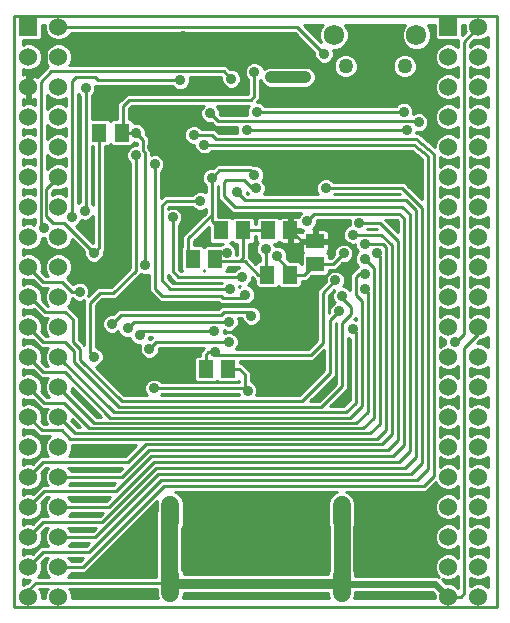
<source format=gbl>
G75*
%MOIN*%
%OFA0B0*%
%FSLAX24Y24*%
%IPPOS*%
%LPD*%
%AMOC8*
5,1,8,0,0,1.08239X$1,22.5*
%
%ADD10C,0.0100*%
%ADD11C,0.0600*%
%ADD12R,0.0600X0.0600*%
%ADD13C,0.0590*%
%ADD14C,0.0000*%
%ADD15R,0.0512X0.0591*%
%ADD16R,0.0591X0.0512*%
%ADD17C,0.0679*%
%ADD18C,0.0502*%
%ADD19C,0.0320*%
%ADD20C,0.0240*%
%ADD21C,0.0560*%
%ADD22C,0.0356*%
%ADD23C,0.0400*%
D10*
X004503Y002292D02*
X004503Y021967D01*
X020603Y021967D01*
X020603Y002292D01*
X004503Y002292D01*
X004995Y002616D02*
X004995Y002834D01*
X005253Y003092D01*
X009687Y003092D01*
X009724Y003056D01*
X010169Y003366D02*
X010169Y003439D01*
X010117Y003564D01*
X010117Y004894D01*
X010169Y005019D01*
X010169Y005786D01*
X010101Y005949D01*
X009976Y006074D01*
X009872Y006117D01*
X015284Y006117D01*
X015180Y006074D01*
X015055Y005949D01*
X014987Y005786D01*
X014987Y005019D01*
X015002Y004982D01*
X015002Y003475D01*
X014987Y003439D01*
X014987Y003366D01*
X010169Y003366D01*
X010165Y003449D02*
X014991Y003449D01*
X015002Y003547D02*
X010124Y003547D01*
X010117Y003646D02*
X015002Y003646D01*
X015002Y003744D02*
X010117Y003744D01*
X010117Y003843D02*
X015002Y003843D01*
X015002Y003941D02*
X010117Y003941D01*
X010117Y004040D02*
X015002Y004040D01*
X015002Y004138D02*
X010117Y004138D01*
X010117Y004237D02*
X015002Y004237D01*
X015002Y004335D02*
X010117Y004335D01*
X010117Y004434D02*
X015002Y004434D01*
X015002Y004532D02*
X010117Y004532D01*
X010117Y004631D02*
X015002Y004631D01*
X015002Y004729D02*
X010117Y004729D01*
X010117Y004828D02*
X015002Y004828D01*
X015002Y004926D02*
X010131Y004926D01*
X010169Y005025D02*
X014987Y005025D01*
X014987Y005123D02*
X010169Y005123D01*
X010169Y005222D02*
X014987Y005222D01*
X014987Y005320D02*
X010169Y005320D01*
X010169Y005419D02*
X014987Y005419D01*
X014987Y005517D02*
X010169Y005517D01*
X010169Y005616D02*
X014987Y005616D01*
X014987Y005714D02*
X010169Y005714D01*
X010158Y005813D02*
X014999Y005813D01*
X015039Y005911D02*
X010117Y005911D01*
X010040Y006010D02*
X015116Y006010D01*
X015262Y006108D02*
X009894Y006108D01*
X009503Y006317D02*
X018178Y006317D01*
X018503Y006642D01*
X018503Y017392D01*
X017903Y017892D01*
X011253Y017892D01*
X011128Y018017D01*
X010503Y018017D01*
X010382Y018322D02*
X008812Y018322D01*
X008856Y018278D02*
X008764Y018370D01*
X008643Y018420D01*
X008513Y018420D01*
X008508Y018418D01*
X008508Y018450D01*
X008420Y018538D01*
X008353Y018538D01*
X008353Y018909D01*
X008436Y018992D01*
X010839Y018992D01*
X010775Y018928D01*
X010725Y018808D01*
X010725Y018677D01*
X010775Y018556D01*
X010867Y018464D01*
X010988Y018414D01*
X011098Y018414D01*
X011220Y018292D01*
X011964Y018292D01*
X011950Y018258D01*
X011950Y018127D01*
X011964Y018092D01*
X011336Y018092D01*
X011211Y018217D01*
X010767Y018217D01*
X010689Y018295D01*
X010568Y018345D01*
X010438Y018345D01*
X010317Y018295D01*
X010225Y018203D01*
X010175Y018083D01*
X010175Y017952D01*
X010225Y017831D01*
X010317Y017739D01*
X010438Y017689D01*
X010525Y017689D01*
X010525Y017627D01*
X010575Y017506D01*
X010667Y017414D01*
X010788Y017364D01*
X010918Y017364D01*
X011039Y017414D01*
X011117Y017492D01*
X017781Y017492D01*
X018103Y017224D01*
X018103Y015875D01*
X017653Y016325D01*
X017536Y016442D01*
X015167Y016442D01*
X015089Y016520D01*
X014968Y016570D01*
X014838Y016570D01*
X014717Y016520D01*
X014625Y016428D01*
X014575Y016308D01*
X014575Y016177D01*
X014625Y016056D01*
X014639Y016042D01*
X012842Y016042D01*
X012856Y016056D01*
X012906Y016177D01*
X012906Y016308D01*
X012856Y016428D01*
X012792Y016492D01*
X012806Y016506D01*
X012856Y016627D01*
X012856Y016758D01*
X012806Y016878D01*
X012714Y016970D01*
X012593Y017020D01*
X012483Y017020D01*
X012461Y017042D01*
X011270Y017042D01*
X009531Y017042D01*
X009531Y016977D02*
X009531Y017108D01*
X009481Y017228D01*
X009389Y017320D01*
X009268Y017370D01*
X009138Y017370D01*
X009078Y017346D01*
X009078Y017525D01*
X009028Y017575D01*
X009028Y017925D01*
X008906Y018047D01*
X008906Y018158D01*
X008856Y018278D01*
X008879Y018224D02*
X010246Y018224D01*
X010193Y018125D02*
X008906Y018125D01*
X008926Y018027D02*
X010175Y018027D01*
X010185Y017928D02*
X009025Y017928D01*
X009028Y017830D02*
X010227Y017830D01*
X010336Y017731D02*
X009028Y017731D01*
X009028Y017633D02*
X010525Y017633D01*
X010563Y017534D02*
X009069Y017534D01*
X009078Y017436D02*
X010646Y017436D01*
X010853Y017692D02*
X017853Y017692D01*
X018303Y017317D01*
X018303Y006867D01*
X017953Y006517D01*
X009403Y006517D01*
X007003Y004117D01*
X005497Y004117D01*
X004995Y003616D01*
X005308Y003292D02*
X005377Y003361D01*
X005445Y003526D01*
X005445Y003705D01*
X005423Y003760D01*
X005579Y003917D01*
X005660Y003917D01*
X005614Y003871D01*
X005545Y003705D01*
X005545Y003526D01*
X005614Y003361D01*
X005682Y003292D01*
X005308Y003292D01*
X005366Y003350D02*
X005624Y003350D01*
X005577Y003449D02*
X005413Y003449D01*
X005445Y003547D02*
X005545Y003547D01*
X005545Y003646D02*
X005445Y003646D01*
X005429Y003744D02*
X005561Y003744D01*
X005602Y003843D02*
X005505Y003843D01*
X005297Y004200D02*
X005140Y004043D01*
X005085Y004066D01*
X004906Y004066D01*
X004803Y004023D01*
X004803Y004208D01*
X004906Y004166D01*
X005085Y004166D01*
X005250Y004234D01*
X005377Y004361D01*
X005445Y004526D01*
X005445Y004705D01*
X005423Y004760D01*
X005579Y004917D01*
X005660Y004917D01*
X005614Y004871D01*
X005545Y004705D01*
X005545Y004526D01*
X005614Y004361D01*
X005657Y004317D01*
X005414Y004317D01*
X005297Y004200D01*
X005333Y004237D02*
X005253Y004237D01*
X005235Y004138D02*
X004803Y004138D01*
X004803Y004040D02*
X004843Y004040D01*
X005351Y004335D02*
X005639Y004335D01*
X005584Y004434D02*
X005407Y004434D01*
X005445Y004532D02*
X005545Y004532D01*
X005545Y004631D02*
X005445Y004631D01*
X005435Y004729D02*
X005555Y004729D01*
X005596Y004828D02*
X005490Y004828D01*
X005497Y005117D02*
X007453Y005117D01*
X009253Y006917D01*
X017553Y006917D01*
X017903Y007267D01*
X017903Y015517D01*
X017578Y015842D01*
X012228Y015842D01*
X011953Y016117D01*
X012281Y016102D02*
X012300Y016056D01*
X012314Y016042D01*
X012311Y016042D01*
X012281Y016072D01*
X012281Y016102D01*
X012296Y016057D02*
X012300Y016057D01*
X012453Y016242D02*
X012178Y016517D01*
X011578Y016517D01*
X011503Y016442D01*
X011503Y015992D01*
X011878Y015617D01*
X017453Y015617D01*
X017703Y015367D01*
X017703Y007467D01*
X017353Y007117D01*
X009178Y007117D01*
X007677Y005616D01*
X005995Y005616D01*
X005685Y005942D02*
X005614Y005871D01*
X005545Y005705D01*
X005545Y005526D01*
X005614Y005361D01*
X005657Y005317D01*
X005414Y005317D01*
X005297Y005200D01*
X005140Y005043D01*
X005085Y005066D01*
X004906Y005066D01*
X004803Y005023D01*
X004803Y005208D01*
X004906Y005166D01*
X005085Y005166D01*
X005250Y005234D01*
X005377Y005361D01*
X005445Y005526D01*
X005445Y005705D01*
X005423Y005760D01*
X005604Y005942D01*
X005685Y005942D01*
X005654Y005911D02*
X005573Y005911D01*
X005590Y005813D02*
X005475Y005813D01*
X005442Y005714D02*
X005549Y005714D01*
X005545Y005616D02*
X005445Y005616D01*
X005441Y005517D02*
X005549Y005517D01*
X005590Y005419D02*
X005401Y005419D01*
X005336Y005320D02*
X005654Y005320D01*
X005497Y005117D02*
X004995Y004616D01*
X004806Y005025D02*
X004803Y005025D01*
X004803Y005123D02*
X005220Y005123D01*
X005220Y005222D02*
X005318Y005222D01*
X004995Y005616D02*
X005522Y006142D01*
X007903Y006142D01*
X009078Y007317D01*
X017153Y007317D01*
X017503Y007667D01*
X017503Y015242D01*
X017353Y015392D01*
X014528Y015392D01*
X014278Y015142D01*
X014039Y015367D02*
X011303Y015367D01*
X011303Y015288D02*
X011303Y016328D01*
X011303Y016328D01*
X011303Y015909D01*
X011420Y015792D01*
X011795Y015417D01*
X014089Y015417D01*
X014000Y015328D01*
X013983Y015288D01*
X013777Y015288D01*
X013777Y014892D01*
X014064Y014892D01*
X014092Y014864D01*
X014160Y014836D01*
X014138Y014814D01*
X014125Y014792D01*
X013777Y014792D01*
X013777Y014397D01*
X014003Y014397D01*
X014041Y014407D01*
X014075Y014427D01*
X014103Y014455D01*
X014123Y014489D01*
X014130Y014516D01*
X014503Y014516D01*
X014503Y014416D01*
X014108Y014416D01*
X014108Y014191D01*
X014118Y014152D01*
X014138Y014118D01*
X014164Y014092D01*
X014108Y014036D01*
X014108Y013725D01*
X014025Y013808D01*
X013699Y013808D01*
X013609Y013897D01*
X013621Y013927D01*
X013621Y014058D01*
X013571Y014178D01*
X013479Y014270D01*
X013358Y014320D01*
X013228Y014320D01*
X013219Y014317D01*
X013186Y014397D01*
X013297Y014397D01*
X013353Y014453D01*
X013379Y014427D01*
X013413Y014407D01*
X013451Y014397D01*
X013677Y014397D01*
X013677Y014792D01*
X013777Y014792D01*
X013777Y014892D01*
X013677Y014892D01*
X013677Y015288D01*
X013451Y015288D01*
X013413Y015277D01*
X013379Y015258D01*
X013353Y015232D01*
X013297Y015288D01*
X012661Y015288D01*
X012573Y015200D01*
X012573Y015042D01*
X012558Y015042D01*
X012558Y015200D01*
X012470Y015288D01*
X011834Y015288D01*
X011778Y015232D01*
X011722Y015288D01*
X011303Y015288D01*
X011303Y015466D02*
X011747Y015466D01*
X011648Y015564D02*
X011303Y015564D01*
X011303Y015663D02*
X011550Y015663D01*
X011451Y015761D02*
X011303Y015761D01*
X011303Y015860D02*
X011353Y015860D01*
X011303Y015958D02*
X011303Y015958D01*
X011303Y016057D02*
X011303Y016057D01*
X011303Y016155D02*
X011303Y016155D01*
X011303Y016254D02*
X011303Y016254D01*
X011103Y016592D02*
X011103Y015342D01*
X010328Y014567D01*
X010328Y014043D01*
X010479Y013892D01*
X010073Y013890D02*
X010003Y013890D01*
X010003Y013988D02*
X010073Y013988D01*
X010073Y014087D02*
X010003Y014087D01*
X010003Y014185D02*
X010073Y014185D01*
X010073Y014250D02*
X010073Y013535D01*
X010116Y013492D01*
X010061Y013492D01*
X010003Y013550D01*
X010003Y015003D01*
X010081Y015081D01*
X010131Y015202D01*
X010131Y015333D01*
X010081Y015453D01*
X009989Y015545D01*
X009868Y015595D01*
X009738Y015595D01*
X009653Y015560D01*
X009653Y015584D01*
X009686Y015617D01*
X010464Y015617D01*
X010542Y015539D01*
X010663Y015489D01*
X010793Y015489D01*
X010903Y015535D01*
X010903Y015425D01*
X010128Y014650D01*
X010128Y014305D01*
X010073Y014250D01*
X010107Y014284D02*
X010003Y014284D01*
X010003Y014382D02*
X010128Y014382D01*
X010128Y014481D02*
X010003Y014481D01*
X010003Y014579D02*
X010128Y014579D01*
X010156Y014678D02*
X010003Y014678D01*
X010003Y014776D02*
X010254Y014776D01*
X010353Y014875D02*
X010003Y014875D01*
X010003Y014973D02*
X010451Y014973D01*
X010550Y015072D02*
X010072Y015072D01*
X010118Y015170D02*
X010648Y015170D01*
X010747Y015269D02*
X010131Y015269D01*
X010117Y015367D02*
X010845Y015367D01*
X010903Y015466D02*
X010069Y015466D01*
X009943Y015564D02*
X010517Y015564D01*
X010728Y015817D02*
X009603Y015817D01*
X009453Y015667D01*
X009453Y013167D01*
X009728Y012892D01*
X011703Y012892D01*
X012021Y012981D02*
X012045Y012972D01*
X012042Y012970D01*
X012031Y012959D01*
X012021Y012981D01*
X012311Y013013D02*
X012314Y013014D01*
X012406Y013106D01*
X012456Y013227D01*
X012456Y013266D01*
X012553Y013169D01*
X012553Y013005D01*
X012641Y012917D01*
X013277Y012917D01*
X013333Y012973D01*
X013389Y012917D01*
X014025Y012917D01*
X014113Y013005D01*
X014113Y013162D01*
X014280Y013162D01*
X014430Y013312D01*
X014911Y013312D01*
X014949Y013351D01*
X014900Y013233D01*
X014900Y013122D01*
X014720Y012942D01*
X014603Y012825D01*
X014603Y011175D01*
X014320Y010892D01*
X011917Y010892D01*
X011956Y010931D01*
X012006Y011052D01*
X012006Y011183D01*
X011956Y011303D01*
X011864Y011395D01*
X011743Y011445D01*
X011613Y011445D01*
X011506Y011401D01*
X011506Y011402D01*
X011506Y011508D01*
X011613Y011464D01*
X011743Y011464D01*
X011864Y011514D01*
X011956Y011606D01*
X012006Y011727D01*
X012006Y011858D01*
X011981Y011917D01*
X012104Y011917D01*
X012150Y011806D01*
X012242Y011714D01*
X012363Y011664D01*
X012493Y011664D01*
X012614Y011714D01*
X012706Y011806D01*
X012756Y011927D01*
X012756Y012058D01*
X012706Y012178D01*
X012614Y012270D01*
X012493Y012320D01*
X012363Y012320D01*
X012355Y012317D01*
X011420Y012317D01*
X011320Y012217D01*
X007995Y012217D01*
X007823Y012045D01*
X007713Y012045D01*
X007592Y011995D01*
X007500Y011903D01*
X007450Y011783D01*
X007450Y011652D01*
X007500Y011531D01*
X007592Y011439D01*
X007713Y011389D01*
X007843Y011389D01*
X007964Y011439D01*
X007990Y011465D01*
X008025Y011381D01*
X008117Y011289D01*
X008238Y011239D01*
X008368Y011239D01*
X008387Y011247D01*
X008425Y011156D01*
X008517Y011064D01*
X008638Y011014D01*
X008723Y011014D01*
X008700Y010958D01*
X008700Y010827D01*
X008750Y010706D01*
X008842Y010614D01*
X008963Y010564D01*
X009093Y010564D01*
X009214Y010614D01*
X009306Y010706D01*
X009356Y010827D01*
X009356Y010917D01*
X010845Y010917D01*
X010821Y010893D01*
X010704Y010776D01*
X010704Y010663D01*
X010586Y010663D01*
X010498Y010575D01*
X010498Y009860D01*
X010586Y009772D01*
X011222Y009772D01*
X011278Y009828D01*
X011334Y009772D01*
X011970Y009772D01*
X012003Y009805D01*
X012003Y009767D01*
X009442Y009767D01*
X009364Y009845D01*
X009243Y009895D01*
X009113Y009895D01*
X008992Y009845D01*
X008900Y009753D01*
X008850Y009633D01*
X008850Y009502D01*
X008900Y009381D01*
X008939Y009342D01*
X008186Y009342D01*
X007239Y010289D01*
X007243Y010289D01*
X007364Y010339D01*
X007456Y010431D01*
X007506Y010552D01*
X007506Y010683D01*
X007456Y010803D01*
X007364Y010895D01*
X007253Y010941D01*
X007253Y012334D01*
X007461Y012542D01*
X007911Y012542D01*
X008028Y012659D01*
X008739Y013370D01*
X008813Y013339D01*
X008943Y013339D01*
X009003Y013364D01*
X009003Y012809D01*
X009370Y012442D01*
X011345Y012442D01*
X011395Y012392D01*
X012095Y012392D01*
X012163Y012364D01*
X012293Y012364D01*
X012414Y012414D01*
X012506Y012506D01*
X012556Y012627D01*
X012556Y012758D01*
X012506Y012878D01*
X012414Y012970D01*
X012311Y013013D01*
X012335Y013003D02*
X012555Y013003D01*
X012553Y013102D02*
X012402Y013102D01*
X012445Y013200D02*
X012522Y013200D01*
X012643Y013362D02*
X012959Y013362D01*
X012903Y013418D01*
X012903Y014222D01*
X012673Y013988D02*
X012352Y013988D01*
X012352Y014004D02*
X012352Y013936D01*
X012561Y013727D01*
X012641Y013808D01*
X012703Y013808D01*
X012703Y013958D01*
X012625Y014036D01*
X012575Y014157D01*
X012575Y014288D01*
X012625Y014408D01*
X012637Y014421D01*
X012573Y014485D01*
X012573Y014642D01*
X012558Y014642D01*
X012558Y014485D01*
X012470Y014397D01*
X012352Y014397D01*
X012352Y014004D01*
X012352Y014087D02*
X012604Y014087D01*
X012575Y014185D02*
X012352Y014185D01*
X012352Y014284D02*
X012575Y014284D01*
X012614Y014382D02*
X012352Y014382D01*
X012554Y014481D02*
X012577Y014481D01*
X012573Y014579D02*
X012558Y014579D01*
X012152Y014842D02*
X012152Y013921D01*
X012033Y013802D01*
X011317Y013802D01*
X011227Y013892D01*
X011427Y014092D01*
X011603Y014092D01*
X011481Y014397D02*
X011417Y014370D01*
X011384Y014338D01*
X010909Y014338D01*
X010853Y014282D01*
X010797Y014338D01*
X010528Y014338D01*
X010528Y014484D01*
X010998Y014954D01*
X010998Y014485D01*
X011086Y014397D01*
X011481Y014397D01*
X011446Y014382D02*
X010528Y014382D01*
X010528Y014481D02*
X011002Y014481D01*
X010998Y014579D02*
X010623Y014579D01*
X010721Y014678D02*
X010998Y014678D01*
X010998Y014776D02*
X010820Y014776D01*
X010918Y014875D02*
X010998Y014875D01*
X011103Y015143D02*
X011404Y014842D01*
X011103Y015143D02*
X011103Y015342D01*
X011741Y015269D02*
X011815Y015269D01*
X012152Y014842D02*
X012979Y014842D01*
X012573Y015072D02*
X012558Y015072D01*
X012558Y015170D02*
X012573Y015170D01*
X012642Y015269D02*
X012489Y015269D01*
X013316Y015269D02*
X013399Y015269D01*
X013677Y015269D02*
X013777Y015269D01*
X013777Y015170D02*
X013677Y015170D01*
X013677Y015072D02*
X013777Y015072D01*
X013777Y014973D02*
X013677Y014973D01*
X013727Y014842D02*
X014103Y014466D01*
X014553Y014466D01*
X014602Y014417D01*
X015678Y014417D01*
X015878Y014217D01*
X015878Y013917D01*
X015453Y013492D01*
X015078Y013492D01*
X013978Y012392D01*
X012078Y012392D01*
X012003Y012317D01*
X011228Y012317D01*
X011153Y012392D01*
X007803Y012392D01*
X007653Y012242D01*
X007647Y012018D02*
X007253Y012018D01*
X007253Y011920D02*
X007517Y011920D01*
X007466Y011821D02*
X007253Y011821D01*
X007253Y011723D02*
X007450Y011723D01*
X007461Y011624D02*
X007253Y011624D01*
X007253Y011526D02*
X007506Y011526D01*
X007621Y011427D02*
X007253Y011427D01*
X007253Y011329D02*
X008078Y011329D01*
X008006Y011427D02*
X007935Y011427D01*
X007778Y011717D02*
X008078Y012017D01*
X011403Y012017D01*
X011503Y012117D01*
X012303Y012117D01*
X012428Y011992D01*
X012732Y012117D02*
X014603Y012117D01*
X014603Y012215D02*
X012669Y012215D01*
X012509Y012314D02*
X014603Y012314D01*
X014603Y012412D02*
X012410Y012412D01*
X012508Y012511D02*
X014603Y012511D01*
X014603Y012609D02*
X012549Y012609D01*
X012556Y012708D02*
X014603Y012708D01*
X014603Y012806D02*
X012536Y012806D01*
X012480Y012905D02*
X014683Y012905D01*
X014781Y013003D02*
X014111Y013003D01*
X014113Y013102D02*
X014880Y013102D01*
X014900Y013200D02*
X014318Y013200D01*
X014417Y013299D02*
X014927Y013299D01*
X014998Y013402D02*
X014998Y013518D01*
X015237Y013518D01*
X015458Y013739D01*
X015568Y013739D01*
X015689Y013789D01*
X015781Y013881D01*
X015831Y014002D01*
X015831Y014133D01*
X015781Y014253D01*
X015689Y014345D01*
X015568Y014395D01*
X015438Y014395D01*
X015317Y014345D01*
X015225Y014253D01*
X015175Y014133D01*
X015175Y014022D01*
X015071Y013918D01*
X014998Y013918D01*
X014998Y014036D01*
X014942Y014092D01*
X014968Y014118D01*
X014988Y014152D01*
X014998Y014191D01*
X014998Y014416D01*
X014603Y014416D01*
X014603Y014516D01*
X014998Y014516D01*
X014998Y014742D01*
X014988Y014780D01*
X014968Y014814D01*
X014940Y014842D01*
X014906Y014862D01*
X014868Y014872D01*
X014603Y014872D01*
X014603Y014516D01*
X014503Y014516D01*
X014503Y014872D01*
X014472Y014872D01*
X014556Y014956D01*
X014606Y015077D01*
X014606Y015188D01*
X014611Y015192D01*
X015714Y015192D01*
X015700Y015158D01*
X015700Y015027D01*
X015708Y015008D01*
X015617Y014970D01*
X015525Y014878D01*
X015475Y014758D01*
X015475Y014627D01*
X015525Y014506D01*
X015617Y014414D01*
X015738Y014364D01*
X015868Y014364D01*
X015875Y014367D01*
X015875Y014327D01*
X015925Y014206D01*
X015989Y014142D01*
X015925Y014078D01*
X015875Y013958D01*
X015875Y013827D01*
X015925Y013706D01*
X015989Y013642D01*
X015939Y013592D01*
X015920Y013592D01*
X015803Y013475D01*
X015703Y013375D01*
X015703Y012856D01*
X015639Y012920D01*
X015518Y012970D01*
X015495Y012970D01*
X015506Y012981D01*
X015556Y013102D01*
X015556Y013233D01*
X015506Y013353D01*
X015414Y013445D01*
X015293Y013495D01*
X015163Y013495D01*
X015042Y013445D01*
X014998Y013402D01*
X014998Y013496D02*
X015824Y013496D01*
X015725Y013397D02*
X015462Y013397D01*
X015529Y013299D02*
X015703Y013299D01*
X015703Y013200D02*
X015556Y013200D01*
X015556Y013102D02*
X015703Y013102D01*
X015703Y013003D02*
X015515Y013003D01*
X015655Y012905D02*
X015703Y012905D01*
X015903Y012692D02*
X016103Y012492D01*
X016103Y008992D01*
X015703Y008592D01*
X007728Y008592D01*
X006203Y010117D01*
X005494Y010117D01*
X004995Y010616D01*
X005313Y010935D02*
X005393Y010935D01*
X005411Y010917D02*
X005660Y010917D01*
X005614Y010871D01*
X005545Y010705D01*
X005545Y010526D01*
X005614Y010361D01*
X005657Y010317D01*
X005577Y010317D01*
X005423Y010471D01*
X005445Y010526D01*
X005445Y010705D01*
X005377Y010871D01*
X005250Y010997D01*
X005085Y011066D01*
X004906Y011066D01*
X004803Y011023D01*
X004803Y011208D01*
X004906Y011166D01*
X005085Y011166D01*
X005140Y011189D01*
X005411Y010917D01*
X005391Y010836D02*
X005599Y010836D01*
X005559Y010738D02*
X005432Y010738D01*
X005445Y010639D02*
X005545Y010639D01*
X005545Y010541D02*
X005445Y010541D01*
X005452Y010442D02*
X005580Y010442D01*
X005550Y010344D02*
X005631Y010344D01*
X005995Y010616D02*
X007844Y008767D01*
X015578Y008767D01*
X015903Y009092D01*
X015903Y011442D01*
X015803Y011542D01*
X015703Y011229D02*
X015653Y011249D01*
X015653Y009559D01*
X015536Y009442D01*
X015061Y008967D01*
X015495Y008967D01*
X015703Y009175D01*
X015703Y011229D01*
X015699Y011230D02*
X015653Y011230D01*
X015653Y011132D02*
X015703Y011132D01*
X015703Y011033D02*
X015653Y011033D01*
X015653Y010935D02*
X015703Y010935D01*
X015703Y010836D02*
X015653Y010836D01*
X015653Y010738D02*
X015703Y010738D01*
X015703Y010639D02*
X015653Y010639D01*
X015653Y010541D02*
X015703Y010541D01*
X015703Y010442D02*
X015653Y010442D01*
X015653Y010344D02*
X015703Y010344D01*
X015703Y010245D02*
X015653Y010245D01*
X015653Y010147D02*
X015703Y010147D01*
X015703Y010048D02*
X015653Y010048D01*
X015653Y009950D02*
X015703Y009950D01*
X015703Y009851D02*
X015653Y009851D01*
X015653Y009753D02*
X015703Y009753D01*
X015703Y009654D02*
X015653Y009654D01*
X015649Y009556D02*
X015703Y009556D01*
X015703Y009457D02*
X015551Y009457D01*
X015452Y009359D02*
X015703Y009359D01*
X015703Y009260D02*
X015354Y009260D01*
X015255Y009162D02*
X015690Y009162D01*
X015591Y009063D02*
X015157Y009063D01*
X014887Y009359D02*
X014602Y009359D01*
X014504Y009260D02*
X014788Y009260D01*
X014690Y009162D02*
X014405Y009162D01*
X014386Y009142D02*
X015136Y009892D01*
X015253Y010009D01*
X015253Y011759D01*
X015253Y011759D01*
X015253Y009725D01*
X014670Y009142D01*
X014386Y009142D01*
X014103Y009142D02*
X008103Y009142D01*
X006728Y010517D01*
X006728Y010867D01*
X006478Y011117D01*
X006478Y011867D01*
X006228Y012117D01*
X005553Y012117D01*
X005054Y012616D01*
X004995Y012616D01*
X004803Y013023D02*
X004803Y013208D01*
X004906Y013166D01*
X005085Y013166D01*
X005140Y013189D01*
X005294Y013034D01*
X005411Y012917D01*
X005660Y012917D01*
X005614Y012871D01*
X005545Y012705D01*
X005545Y012526D01*
X005614Y012361D01*
X005657Y012317D01*
X005636Y012317D01*
X005440Y012513D01*
X005445Y012526D01*
X005445Y012705D01*
X005377Y012871D01*
X005250Y012997D01*
X005085Y013066D01*
X004906Y013066D01*
X004803Y013023D01*
X004803Y013102D02*
X005226Y013102D01*
X005236Y013003D02*
X005325Y013003D01*
X005343Y012905D02*
X005648Y012905D01*
X005587Y012806D02*
X005403Y012806D01*
X005444Y012708D02*
X005546Y012708D01*
X005545Y012609D02*
X005445Y012609D01*
X005442Y012511D02*
X005552Y012511D01*
X005541Y012412D02*
X005592Y012412D01*
X005271Y012117D02*
X004803Y012117D01*
X004803Y012208D02*
X004803Y012023D01*
X004906Y012066D01*
X005085Y012066D01*
X005250Y011997D01*
X005377Y011871D01*
X005445Y011705D01*
X005445Y011526D01*
X005545Y011526D01*
X005614Y011361D01*
X005657Y011317D01*
X005577Y011317D01*
X005423Y011471D01*
X005445Y011526D01*
X005445Y011624D02*
X005545Y011624D01*
X005545Y011705D02*
X005545Y011526D01*
X005586Y011427D02*
X005467Y011427D01*
X005565Y011329D02*
X005646Y011329D01*
X005494Y011117D02*
X006228Y011117D01*
X006528Y010817D01*
X006528Y010442D01*
X008028Y008942D01*
X014753Y008942D01*
X015453Y009642D01*
X015453Y011742D01*
X015753Y012042D01*
X015753Y012292D01*
X015453Y012592D01*
X015453Y012642D01*
X015152Y012511D02*
X015003Y012511D01*
X015003Y012609D02*
X015125Y012609D01*
X015125Y012577D02*
X015175Y012456D01*
X015198Y012433D01*
X015167Y012420D01*
X015075Y012328D01*
X015025Y012208D01*
X015025Y012097D01*
X015003Y012075D01*
X015003Y012659D01*
X015183Y012839D01*
X015186Y012839D01*
X015175Y012828D01*
X015125Y012708D01*
X015051Y012708D01*
X015125Y012708D02*
X015125Y012577D01*
X015159Y012412D02*
X015003Y012412D01*
X015003Y012314D02*
X015069Y012314D01*
X015028Y012215D02*
X015003Y012215D01*
X015003Y012117D02*
X015025Y012117D01*
X015053Y011842D02*
X015353Y012142D01*
X015253Y011723D02*
X015253Y011723D01*
X015253Y011624D02*
X015253Y011624D01*
X015253Y011526D02*
X015253Y011526D01*
X015253Y011427D02*
X015253Y011427D01*
X015253Y011329D02*
X015253Y011329D01*
X015253Y011230D02*
X015253Y011230D01*
X015253Y011132D02*
X015253Y011132D01*
X015253Y011033D02*
X015253Y011033D01*
X015253Y010935D02*
X015253Y010935D01*
X015253Y010836D02*
X015253Y010836D01*
X015253Y010738D02*
X015253Y010738D01*
X015253Y010639D02*
X015253Y010639D01*
X015253Y010541D02*
X015253Y010541D01*
X015253Y010442D02*
X015253Y010442D01*
X015253Y010344D02*
X015253Y010344D01*
X015253Y010245D02*
X015253Y010245D01*
X015253Y010147D02*
X015253Y010147D01*
X015253Y010048D02*
X015253Y010048D01*
X015253Y009950D02*
X015193Y009950D01*
X015253Y009851D02*
X015095Y009851D01*
X014996Y009753D02*
X015253Y009753D01*
X015182Y009654D02*
X014898Y009654D01*
X014799Y009556D02*
X015084Y009556D01*
X014985Y009457D02*
X014701Y009457D01*
X014431Y009753D02*
X012507Y009753D01*
X012489Y009770D02*
X012403Y009806D01*
X012403Y010125D01*
X012286Y010242D01*
X012111Y010417D01*
X012058Y010417D01*
X012058Y010492D01*
X014486Y010492D01*
X014603Y010609D01*
X014853Y010859D01*
X014853Y010175D01*
X014020Y009342D01*
X012596Y009342D01*
X012631Y009427D01*
X012631Y009558D01*
X012581Y009678D01*
X012489Y009770D01*
X012403Y009851D02*
X014529Y009851D01*
X014628Y009950D02*
X012403Y009950D01*
X012403Y010048D02*
X014726Y010048D01*
X014825Y010147D02*
X012381Y010147D01*
X012286Y010242D02*
X012286Y010242D01*
X012283Y010245D02*
X014853Y010245D01*
X014853Y010344D02*
X012184Y010344D01*
X012058Y010442D02*
X014853Y010442D01*
X014853Y010541D02*
X014534Y010541D01*
X014633Y010639D02*
X014853Y010639D01*
X014853Y010738D02*
X014731Y010738D01*
X014830Y010836D02*
X014853Y010836D01*
X014803Y011092D02*
X014403Y010692D01*
X011304Y010692D01*
X011229Y010767D01*
X010978Y010767D01*
X010904Y010693D01*
X010904Y010217D01*
X010498Y010245D02*
X007283Y010245D01*
X007369Y010344D02*
X010498Y010344D01*
X010498Y010442D02*
X007461Y010442D01*
X007502Y010541D02*
X010498Y010541D01*
X010563Y010639D02*
X009239Y010639D01*
X009319Y010738D02*
X010704Y010738D01*
X010764Y010836D02*
X009356Y010836D01*
X009253Y011117D02*
X011678Y011117D01*
X012006Y011132D02*
X014560Y011132D01*
X014603Y011230D02*
X011986Y011230D01*
X011931Y011329D02*
X014603Y011329D01*
X014603Y011427D02*
X011787Y011427D01*
X011876Y011526D02*
X014603Y011526D01*
X014603Y011624D02*
X011964Y011624D01*
X012004Y011723D02*
X012234Y011723D01*
X012144Y011821D02*
X012006Y011821D01*
X011678Y011792D02*
X008528Y011792D01*
X008303Y011567D01*
X008703Y011342D02*
X008828Y011467D01*
X011178Y011467D01*
X011506Y011427D02*
X011569Y011427D01*
X011998Y011033D02*
X014461Y011033D01*
X014363Y010935D02*
X011958Y010935D01*
X012028Y010217D02*
X011652Y010217D01*
X012028Y010217D02*
X012203Y010042D01*
X012203Y009592D01*
X012228Y009567D01*
X009178Y009567D01*
X009417Y009342D02*
X009442Y009367D01*
X012000Y009367D01*
X012010Y009342D01*
X009417Y009342D01*
X009434Y009359D02*
X012003Y009359D01*
X012228Y009567D02*
X012303Y009492D01*
X012603Y009359D02*
X014037Y009359D01*
X014135Y009457D02*
X012631Y009457D01*
X012631Y009556D02*
X014234Y009556D01*
X014332Y009654D02*
X012591Y009654D01*
X014103Y009142D02*
X015053Y010092D01*
X015053Y011842D01*
X014603Y011821D02*
X012712Y011821D01*
X012753Y011920D02*
X014603Y011920D01*
X014603Y012018D02*
X012756Y012018D01*
X012623Y011723D02*
X014603Y011723D01*
X014803Y011092D02*
X014803Y012742D01*
X015228Y013167D01*
X015166Y012806D02*
X015150Y012806D01*
X015903Y012692D02*
X015903Y013292D01*
X016003Y013392D01*
X016203Y013392D01*
X015941Y013594D02*
X015313Y013594D01*
X015411Y013693D02*
X015939Y013693D01*
X015890Y013791D02*
X015691Y013791D01*
X015785Y013890D02*
X015875Y013890D01*
X015888Y013988D02*
X015826Y013988D01*
X015831Y014087D02*
X015934Y014087D01*
X015946Y014185D02*
X015809Y014185D01*
X015751Y014284D02*
X015893Y014284D01*
X015694Y014382D02*
X015600Y014382D01*
X015551Y014481D02*
X014603Y014481D01*
X014603Y014579D02*
X014503Y014579D01*
X014503Y014481D02*
X014118Y014481D01*
X014108Y014382D02*
X013192Y014382D01*
X013447Y014284D02*
X014108Y014284D01*
X014109Y014185D02*
X013564Y014185D01*
X013609Y014087D02*
X014158Y014087D01*
X014108Y013988D02*
X013621Y013988D01*
X013616Y013890D02*
X014108Y013890D01*
X014108Y013791D02*
X014041Y013791D01*
X013707Y013553D02*
X013707Y013516D01*
X013293Y013930D01*
X013293Y013992D01*
X012939Y013552D02*
X012959Y013362D01*
X012643Y013362D02*
X012203Y013802D01*
X012033Y013802D01*
X012019Y013602D02*
X011942Y013570D01*
X011864Y013492D01*
X011590Y013492D01*
X011633Y013535D01*
X011633Y013602D01*
X012019Y013602D01*
X012000Y013594D02*
X011633Y013594D01*
X011594Y013496D02*
X011868Y013496D01*
X012128Y013292D02*
X009978Y013292D01*
X009803Y013467D01*
X009803Y015267D01*
X009663Y015564D02*
X009653Y015564D01*
X009403Y015900D02*
X009403Y016778D01*
X009481Y016856D01*
X009531Y016977D01*
X009517Y016943D02*
X011171Y016943D01*
X011153Y016925D02*
X011148Y016920D01*
X011038Y016920D01*
X010917Y016870D01*
X010825Y016778D01*
X010775Y016658D01*
X010775Y016527D01*
X010825Y016406D01*
X010903Y016328D01*
X010903Y016100D01*
X010793Y016145D01*
X010663Y016145D01*
X010542Y016095D01*
X010464Y016017D01*
X009520Y016017D01*
X009403Y015900D01*
X009403Y015958D02*
X009461Y015958D01*
X009403Y016057D02*
X010504Y016057D01*
X010903Y016155D02*
X009403Y016155D01*
X009403Y016254D02*
X010903Y016254D01*
X010879Y016352D02*
X009403Y016352D01*
X009403Y016451D02*
X010807Y016451D01*
X010775Y016549D02*
X009403Y016549D01*
X009403Y016648D02*
X010775Y016648D01*
X010812Y016746D02*
X009403Y016746D01*
X009470Y016845D02*
X010892Y016845D01*
X011153Y016925D02*
X011270Y017042D01*
X011353Y016842D02*
X012378Y016842D01*
X012528Y016692D01*
X012824Y016549D02*
X014787Y016549D01*
X014648Y016451D02*
X012834Y016451D01*
X012888Y016352D02*
X014594Y016352D01*
X014575Y016254D02*
X012906Y016254D01*
X012897Y016155D02*
X014584Y016155D01*
X014625Y016057D02*
X012856Y016057D01*
X012578Y016242D02*
X012453Y016242D01*
X012856Y016648D02*
X018103Y016648D01*
X018103Y016746D02*
X012856Y016746D01*
X012820Y016845D02*
X018103Y016845D01*
X018103Y016943D02*
X012741Y016943D01*
X012461Y017042D02*
X018103Y017042D01*
X018103Y017140D02*
X009518Y017140D01*
X009471Y017239D02*
X018085Y017239D01*
X017967Y017337D02*
X009348Y017337D01*
X009203Y017042D02*
X009203Y012892D01*
X009453Y012642D01*
X011428Y012642D01*
X011478Y012592D01*
X012128Y012592D01*
X012228Y012692D01*
X011439Y013092D02*
X011439Y013092D01*
X009811Y013092D01*
X009653Y013250D01*
X009653Y013334D01*
X009720Y013267D01*
X009895Y013092D01*
X011439Y013092D01*
X011375Y012412D02*
X007331Y012412D01*
X007253Y012314D02*
X011417Y012314D01*
X010864Y013492D02*
X010842Y013492D01*
X010853Y013503D01*
X010864Y013492D01*
X010860Y013496D02*
X010846Y013496D01*
X010112Y013496D02*
X010057Y013496D01*
X010073Y013594D02*
X010003Y013594D01*
X010003Y013693D02*
X010073Y013693D01*
X010073Y013791D02*
X010003Y013791D01*
X009689Y013299D02*
X009653Y013299D01*
X009703Y013200D02*
X009787Y013200D01*
X009801Y013102D02*
X009886Y013102D01*
X009302Y012511D02*
X007429Y012511D01*
X007378Y012742D02*
X007053Y012417D01*
X007053Y010742D01*
X007178Y010617D01*
X007483Y010738D02*
X008737Y010738D01*
X008700Y010836D02*
X007423Y010836D01*
X007269Y010935D02*
X008700Y010935D01*
X008592Y011033D02*
X007253Y011033D01*
X007253Y011132D02*
X008450Y011132D01*
X008394Y011230D02*
X007253Y011230D01*
X006853Y011230D02*
X006678Y011230D01*
X006678Y011200D02*
X006853Y011025D01*
X006853Y012499D01*
X006768Y012464D01*
X006638Y012464D01*
X006517Y012514D01*
X006445Y012586D01*
X006445Y012526D01*
X006377Y012361D01*
X006322Y012306D01*
X006561Y012067D01*
X006678Y011950D01*
X006678Y011200D01*
X006746Y011132D02*
X006853Y011132D01*
X006845Y011033D02*
X006853Y011033D01*
X006853Y011329D02*
X006678Y011329D01*
X006678Y011427D02*
X006853Y011427D01*
X006853Y011526D02*
X006678Y011526D01*
X006678Y011624D02*
X006853Y011624D01*
X006853Y011723D02*
X006678Y011723D01*
X006678Y011821D02*
X006853Y011821D01*
X006853Y011920D02*
X006678Y011920D01*
X006610Y012018D02*
X006853Y012018D01*
X006853Y012117D02*
X006511Y012117D01*
X006413Y012215D02*
X006853Y012215D01*
X006853Y012314D02*
X006330Y012314D01*
X006398Y012412D02*
X006853Y012412D01*
X006997Y012644D02*
X007031Y012727D01*
X007031Y012858D01*
X006981Y012978D01*
X006889Y013070D01*
X006768Y013120D01*
X006638Y013120D01*
X006517Y013070D01*
X006488Y013041D01*
X006272Y013256D01*
X006377Y013361D01*
X006445Y013526D01*
X006445Y013705D01*
X006377Y013871D01*
X006250Y013997D01*
X006085Y014066D01*
X005906Y014066D01*
X005740Y013997D01*
X005614Y013871D01*
X005545Y013705D01*
X005545Y013526D01*
X005614Y013361D01*
X005657Y013317D01*
X005577Y013317D01*
X005423Y013471D01*
X005445Y013526D01*
X005445Y013705D01*
X005377Y013871D01*
X005250Y013997D01*
X005085Y014066D01*
X004906Y014066D01*
X004803Y014023D01*
X004803Y014208D01*
X004906Y014166D01*
X005085Y014166D01*
X005250Y014234D01*
X005377Y014361D01*
X005445Y014526D01*
X005445Y014589D01*
X005545Y014589D01*
X005545Y014526D01*
X005614Y014361D01*
X005740Y014234D01*
X005906Y014166D01*
X006085Y014166D01*
X006250Y014234D01*
X006377Y014361D01*
X006445Y014526D01*
X006445Y014542D01*
X006850Y014138D01*
X006850Y014027D01*
X006900Y013906D01*
X006992Y013814D01*
X007113Y013764D01*
X007243Y013764D01*
X007364Y013814D01*
X007456Y013906D01*
X007506Y014027D01*
X007506Y014138D01*
X007554Y014185D01*
X008378Y014185D01*
X008378Y014087D02*
X007506Y014087D01*
X007490Y013988D02*
X008378Y013988D01*
X008378Y013890D02*
X007440Y013890D01*
X007309Y013791D02*
X008378Y013791D01*
X008378Y013693D02*
X006445Y013693D01*
X006445Y013594D02*
X008378Y013594D01*
X008378Y013575D02*
X007745Y012942D01*
X007295Y012942D01*
X006997Y012644D01*
X007023Y012708D02*
X007061Y012708D01*
X007031Y012806D02*
X007159Y012806D01*
X007258Y012905D02*
X007012Y012905D01*
X006956Y013003D02*
X007806Y013003D01*
X007905Y013102D02*
X006813Y013102D01*
X006593Y013102D02*
X006426Y013102D01*
X006328Y013200D02*
X008003Y013200D01*
X008102Y013299D02*
X006315Y013299D01*
X006392Y013397D02*
X008200Y013397D01*
X008299Y013496D02*
X006433Y013496D01*
X006128Y013117D02*
X006453Y012792D01*
X006703Y012792D01*
X006525Y012511D02*
X006439Y012511D01*
X006128Y013117D02*
X005494Y013117D01*
X004995Y013616D01*
X004823Y013200D02*
X004803Y013200D01*
X005433Y013496D02*
X005558Y013496D01*
X005545Y013594D02*
X005445Y013594D01*
X005445Y013693D02*
X005545Y013693D01*
X005581Y013791D02*
X005410Y013791D01*
X005358Y013890D02*
X005633Y013890D01*
X005731Y013988D02*
X005259Y013988D01*
X005132Y014185D02*
X005859Y014185D01*
X005691Y014284D02*
X005300Y014284D01*
X005386Y014382D02*
X005605Y014382D01*
X005564Y014481D02*
X005426Y014481D01*
X005445Y014579D02*
X005545Y014579D01*
X005503Y014917D02*
X005423Y014997D01*
X005423Y019792D01*
X005753Y020142D01*
X011503Y020142D01*
X011753Y019892D01*
X011425Y019898D02*
X010381Y019898D01*
X010381Y019908D02*
X010367Y019942D01*
X011420Y019942D01*
X011425Y019938D01*
X011425Y019827D01*
X011475Y019706D01*
X011567Y019614D01*
X011688Y019564D01*
X011818Y019564D01*
X011939Y019614D01*
X012031Y019706D01*
X012081Y019827D01*
X012081Y019958D01*
X012031Y020078D01*
X011939Y020170D01*
X011818Y020220D01*
X011708Y020220D01*
X011586Y020342D01*
X006358Y020342D01*
X006377Y020361D01*
X006445Y020526D01*
X006445Y020705D01*
X006377Y020871D01*
X006250Y020997D01*
X006085Y021066D01*
X005906Y021066D01*
X005740Y020997D01*
X005614Y020871D01*
X005545Y020705D01*
X005545Y020526D01*
X005614Y020361D01*
X005650Y020325D01*
X005610Y020282D01*
X005553Y020225D01*
X005553Y020222D01*
X005297Y019950D01*
X005288Y019959D01*
X005231Y020001D01*
X005168Y020033D01*
X005101Y020055D01*
X005045Y020064D01*
X005045Y019666D01*
X004945Y019666D01*
X004945Y020064D01*
X004890Y020055D01*
X004823Y020033D01*
X004803Y020023D01*
X004803Y020208D01*
X004906Y020166D01*
X005085Y020166D01*
X005250Y020234D01*
X005377Y020361D01*
X005445Y020526D01*
X005445Y020705D01*
X005377Y020871D01*
X005250Y020997D01*
X005085Y021066D01*
X004906Y021066D01*
X004803Y021023D01*
X004803Y021166D01*
X005357Y021166D01*
X005445Y021254D01*
X005445Y021667D01*
X005545Y021667D01*
X005545Y021526D01*
X005614Y021361D01*
X005740Y021234D01*
X005906Y021166D01*
X006085Y021166D01*
X006250Y021234D01*
X006377Y021361D01*
X006399Y021416D01*
X013872Y021416D01*
X014525Y020763D01*
X014525Y020652D01*
X014575Y020531D01*
X014667Y020439D01*
X014788Y020389D01*
X014918Y020389D01*
X015039Y020439D01*
X015131Y020531D01*
X015181Y020652D01*
X015181Y020783D01*
X015152Y020853D01*
X015273Y020853D01*
X015452Y020927D01*
X015590Y021065D01*
X015665Y021245D01*
X015665Y021440D01*
X015590Y021620D01*
X015543Y021667D01*
X017564Y021667D01*
X017516Y021620D01*
X017442Y021440D01*
X017442Y021245D01*
X017516Y021065D01*
X017654Y020927D01*
X017834Y020853D01*
X018028Y020853D01*
X018208Y020927D01*
X018346Y021065D01*
X018421Y021245D01*
X018421Y021440D01*
X018346Y021620D01*
X018298Y021667D01*
X018545Y021667D01*
X018545Y021254D01*
X018633Y021166D01*
X019303Y021166D01*
X019303Y020944D01*
X019250Y020997D01*
X019085Y021066D01*
X018906Y021066D01*
X018740Y020997D01*
X018614Y020871D01*
X018545Y020705D01*
X018545Y020526D01*
X018614Y020361D01*
X018740Y020234D01*
X018906Y020166D01*
X019085Y020166D01*
X019250Y020234D01*
X019303Y020287D01*
X019303Y019944D01*
X019250Y019997D01*
X019085Y020066D01*
X018906Y020066D01*
X018740Y019997D01*
X017792Y019997D01*
X017765Y019969D02*
X017877Y020082D01*
X017938Y020229D01*
X017938Y020389D01*
X017877Y020536D01*
X017765Y020649D01*
X017617Y020710D01*
X017458Y020710D01*
X017310Y020649D01*
X017197Y020536D01*
X017136Y020389D01*
X017136Y020229D01*
X017197Y020082D01*
X017310Y019969D01*
X017458Y019908D01*
X017617Y019908D01*
X017765Y019969D01*
X017883Y020095D02*
X019303Y020095D01*
X019303Y019997D02*
X019251Y019997D01*
X019303Y020194D02*
X019152Y020194D01*
X018838Y020194D02*
X017924Y020194D01*
X017938Y020292D02*
X018682Y020292D01*
X018601Y020391D02*
X017937Y020391D01*
X017897Y020489D02*
X018561Y020489D01*
X018545Y020588D02*
X017825Y020588D01*
X017674Y020686D02*
X018545Y020686D01*
X018578Y020785D02*
X015180Y020785D01*
X015181Y020686D02*
X015432Y020686D01*
X015489Y020710D02*
X015342Y020649D01*
X015229Y020536D01*
X015168Y020389D01*
X015168Y020229D01*
X015229Y020082D01*
X015342Y019969D01*
X015489Y019908D01*
X015649Y019908D01*
X015796Y019969D01*
X015909Y020082D01*
X015970Y020229D01*
X015970Y020389D01*
X015909Y020536D01*
X015796Y020649D01*
X015649Y020710D01*
X015489Y020710D01*
X015705Y020686D02*
X017401Y020686D01*
X017249Y020588D02*
X015857Y020588D01*
X015928Y020489D02*
X017178Y020489D01*
X017137Y020391D02*
X015969Y020391D01*
X015970Y020292D02*
X017136Y020292D01*
X017151Y020194D02*
X015955Y020194D01*
X015914Y020095D02*
X017192Y020095D01*
X017282Y019997D02*
X015824Y019997D01*
X015314Y019997D02*
X014578Y019997D01*
X014578Y020012D02*
X014525Y020141D01*
X014426Y020239D01*
X014298Y020292D01*
X013009Y020292D01*
X012880Y020239D01*
X012847Y020206D01*
X012806Y020303D01*
X012714Y020395D01*
X012593Y020445D01*
X012463Y020445D01*
X012342Y020395D01*
X012250Y020303D01*
X012200Y020183D01*
X012200Y020052D01*
X012250Y019931D01*
X012328Y019853D01*
X012328Y019400D01*
X012320Y019392D01*
X008270Y019392D01*
X008070Y019192D01*
X007953Y019075D01*
X007953Y018538D01*
X007784Y018538D01*
X007728Y018482D01*
X007672Y018538D01*
X007103Y018538D01*
X007103Y019328D01*
X007181Y019406D01*
X012328Y019406D01*
X012328Y019504D02*
X007222Y019504D01*
X007231Y019527D02*
X007231Y019642D01*
X009789Y019642D01*
X009867Y019564D01*
X009988Y019514D01*
X010118Y019514D01*
X010239Y019564D01*
X010331Y019656D01*
X010381Y019777D01*
X010381Y019908D01*
X010381Y019800D02*
X011436Y019800D01*
X011480Y019701D02*
X010350Y019701D01*
X010278Y019603D02*
X011595Y019603D01*
X011912Y019603D02*
X012328Y019603D01*
X012328Y019701D02*
X012026Y019701D01*
X012070Y019800D02*
X012328Y019800D01*
X012283Y019898D02*
X012081Y019898D01*
X012065Y019997D02*
X012223Y019997D01*
X012228Y020092D02*
X011803Y020517D01*
X014453Y020517D01*
X015078Y019892D01*
X018203Y019892D01*
X018453Y020142D01*
X018641Y019898D02*
X014578Y019898D01*
X014578Y019873D02*
X014578Y020012D01*
X014544Y020095D02*
X015223Y020095D01*
X015182Y020194D02*
X014472Y020194D01*
X014617Y020489D02*
X006430Y020489D01*
X006445Y020588D02*
X014552Y020588D01*
X014525Y020686D02*
X006445Y020686D01*
X006412Y020785D02*
X014503Y020785D01*
X014404Y020883D02*
X006364Y020883D01*
X006266Y020982D02*
X014306Y020982D01*
X014207Y021080D02*
X004803Y021080D01*
X005266Y020982D02*
X005725Y020982D01*
X005626Y020883D02*
X005364Y020883D01*
X005412Y020785D02*
X005578Y020785D01*
X005545Y020686D02*
X005445Y020686D01*
X005445Y020588D02*
X005545Y020588D01*
X005561Y020489D02*
X005430Y020489D01*
X005389Y020391D02*
X005601Y020391D01*
X005620Y020292D02*
X005308Y020292D01*
X005152Y020194D02*
X005527Y020194D01*
X005434Y020095D02*
X004803Y020095D01*
X004803Y020194D02*
X004838Y020194D01*
X004945Y019997D02*
X005045Y019997D01*
X005045Y019898D02*
X004945Y019898D01*
X004945Y019800D02*
X005045Y019800D01*
X004995Y019809D02*
X005503Y020342D01*
X005341Y019997D02*
X005237Y019997D01*
X004995Y019809D02*
X004995Y019616D01*
X004945Y019566D02*
X005045Y019566D01*
X005045Y019168D01*
X005101Y019177D01*
X005168Y019199D01*
X005223Y019227D01*
X005223Y019009D01*
X005085Y019066D01*
X004906Y019066D01*
X004803Y019023D01*
X004803Y019209D01*
X004823Y019199D01*
X004890Y019177D01*
X004945Y019168D01*
X004945Y019566D01*
X004945Y019504D02*
X005045Y019504D01*
X005045Y019406D02*
X004945Y019406D01*
X004945Y019307D02*
X005045Y019307D01*
X005045Y019209D02*
X004945Y019209D01*
X004803Y019110D02*
X005223Y019110D01*
X005215Y019012D02*
X005223Y019012D01*
X005223Y019209D02*
X005188Y019209D01*
X005623Y019209D02*
X005802Y019209D01*
X005740Y019234D02*
X005623Y019352D01*
X005623Y018880D01*
X005740Y018997D01*
X005906Y019066D01*
X006085Y019066D01*
X006250Y018997D01*
X006253Y018994D01*
X006253Y019237D01*
X006250Y019234D01*
X006085Y019166D01*
X005906Y019166D01*
X005740Y019234D01*
X005667Y019307D02*
X005623Y019307D01*
X005623Y019110D02*
X006253Y019110D01*
X006253Y019012D02*
X006215Y019012D01*
X006188Y019209D02*
X006253Y019209D01*
X006653Y019209D02*
X006703Y019209D01*
X006703Y019307D02*
X006653Y019307D01*
X006703Y019328D02*
X006703Y015775D01*
X006692Y015770D01*
X006653Y015731D01*
X006653Y019378D01*
X006703Y019328D01*
X006703Y019110D02*
X006653Y019110D01*
X006653Y019012D02*
X006703Y019012D01*
X006703Y018913D02*
X006653Y018913D01*
X006653Y018815D02*
X006703Y018815D01*
X006703Y018716D02*
X006653Y018716D01*
X006653Y018618D02*
X006703Y018618D01*
X006703Y018519D02*
X006653Y018519D01*
X006653Y018421D02*
X006703Y018421D01*
X006703Y018322D02*
X006653Y018322D01*
X006653Y018224D02*
X006703Y018224D01*
X006703Y018125D02*
X006653Y018125D01*
X006653Y018027D02*
X006703Y018027D01*
X006703Y017928D02*
X006653Y017928D01*
X006653Y017830D02*
X006703Y017830D01*
X006703Y017731D02*
X006653Y017731D01*
X006653Y017633D02*
X006703Y017633D01*
X006703Y017534D02*
X006653Y017534D01*
X006653Y017436D02*
X006703Y017436D01*
X006703Y017337D02*
X006653Y017337D01*
X006653Y017239D02*
X006703Y017239D01*
X006703Y017140D02*
X006653Y017140D01*
X006653Y017042D02*
X006703Y017042D01*
X006703Y016943D02*
X006653Y016943D01*
X006653Y016845D02*
X006703Y016845D01*
X006703Y016746D02*
X006653Y016746D01*
X006653Y016648D02*
X006703Y016648D01*
X006703Y016549D02*
X006653Y016549D01*
X006653Y016451D02*
X006703Y016451D01*
X006703Y016352D02*
X006653Y016352D01*
X006653Y016254D02*
X006703Y016254D01*
X006703Y016155D02*
X006653Y016155D01*
X006653Y016057D02*
X006703Y016057D01*
X006703Y015958D02*
X006653Y015958D01*
X006653Y015860D02*
X006703Y015860D01*
X006683Y015761D02*
X006653Y015761D01*
X006903Y015517D02*
X006878Y015492D01*
X006903Y015517D02*
X006903Y019592D01*
X007231Y019603D02*
X009829Y019603D01*
X010053Y019842D02*
X007303Y019842D01*
X007203Y019942D01*
X006578Y019942D01*
X006453Y019817D01*
X006453Y015292D01*
X006568Y014985D02*
X006639Y015014D01*
X006731Y015106D01*
X006764Y015185D01*
X006813Y015164D01*
X006943Y015164D01*
X007064Y015214D01*
X007154Y015304D01*
X007154Y014420D01*
X007133Y014420D01*
X006568Y014985D01*
X006580Y014973D02*
X007154Y014973D01*
X007154Y014875D02*
X006678Y014875D01*
X006777Y014776D02*
X007154Y014776D01*
X007154Y014678D02*
X006875Y014678D01*
X006974Y014579D02*
X007154Y014579D01*
X007154Y014481D02*
X007072Y014481D01*
X007354Y014268D02*
X007178Y014092D01*
X006178Y015092D01*
X005803Y015092D01*
X005583Y015317D01*
X005583Y016204D01*
X005995Y016616D01*
X005686Y016943D02*
X005623Y016943D01*
X005623Y016880D02*
X005623Y017352D01*
X005740Y017234D01*
X005906Y017166D01*
X006085Y017166D01*
X006250Y017234D01*
X006253Y017237D01*
X006253Y016994D01*
X006250Y016997D01*
X006085Y017066D01*
X005906Y017066D01*
X005740Y016997D01*
X005623Y016880D01*
X005623Y017042D02*
X005848Y017042D01*
X005736Y017239D02*
X005623Y017239D01*
X005623Y017337D02*
X005637Y017337D01*
X005623Y017140D02*
X006253Y017140D01*
X006253Y017042D02*
X006143Y017042D01*
X005623Y017880D02*
X005623Y018352D01*
X005740Y018234D01*
X005906Y018166D01*
X006085Y018166D01*
X006250Y018234D01*
X006253Y018237D01*
X006253Y017994D01*
X006250Y017997D01*
X006085Y018066D01*
X005906Y018066D01*
X005740Y017997D01*
X005623Y017880D01*
X005623Y017928D02*
X005671Y017928D01*
X005623Y018027D02*
X005811Y018027D01*
X005766Y018224D02*
X005623Y018224D01*
X005623Y018322D02*
X005652Y018322D01*
X005623Y018125D02*
X006253Y018125D01*
X006253Y018027D02*
X006179Y018027D01*
X006225Y018224D02*
X006253Y018224D01*
X005656Y018913D02*
X005623Y018913D01*
X005623Y019012D02*
X005775Y019012D01*
X005223Y018223D02*
X005085Y018166D01*
X004906Y018166D01*
X004803Y018208D01*
X004803Y018023D01*
X004906Y018066D01*
X005085Y018066D01*
X005223Y018009D01*
X005223Y018223D01*
X005223Y018125D02*
X004803Y018125D01*
X004803Y018027D02*
X004811Y018027D01*
X005179Y018027D02*
X005223Y018027D01*
X005223Y017223D02*
X005223Y017009D01*
X005085Y017066D01*
X004906Y017066D01*
X004803Y017023D01*
X004803Y017208D01*
X004906Y017166D01*
X005085Y017166D01*
X005223Y017223D01*
X005223Y017140D02*
X004803Y017140D01*
X004803Y017042D02*
X004848Y017042D01*
X005143Y017042D02*
X005223Y017042D01*
X005223Y016223D02*
X005085Y016166D01*
X004906Y016166D01*
X004803Y016208D01*
X004803Y016023D01*
X004906Y016066D01*
X005085Y016066D01*
X005223Y016009D01*
X005223Y016223D01*
X005223Y016155D02*
X004803Y016155D01*
X004803Y016057D02*
X004884Y016057D01*
X005107Y016057D02*
X005223Y016057D01*
X005783Y016057D02*
X005884Y016057D01*
X005906Y016066D02*
X005783Y016015D01*
X005783Y016121D01*
X005851Y016189D01*
X005906Y016166D01*
X006085Y016166D01*
X006250Y016234D01*
X006253Y016237D01*
X006253Y015994D01*
X006250Y015997D01*
X006085Y016066D01*
X005906Y016066D01*
X005818Y016155D02*
X006253Y016155D01*
X006253Y016057D02*
X006107Y016057D01*
X007103Y016057D02*
X007154Y016057D01*
X007154Y016155D02*
X007103Y016155D01*
X007103Y016254D02*
X007154Y016254D01*
X007154Y016352D02*
X007103Y016352D01*
X007103Y016451D02*
X007154Y016451D01*
X007154Y016549D02*
X007103Y016549D01*
X007103Y016648D02*
X007154Y016648D01*
X007154Y016746D02*
X007103Y016746D01*
X007103Y016845D02*
X007154Y016845D01*
X007154Y016943D02*
X007103Y016943D01*
X007103Y017042D02*
X007154Y017042D01*
X007154Y017140D02*
X007103Y017140D01*
X007103Y017239D02*
X007154Y017239D01*
X007154Y017337D02*
X007103Y017337D01*
X007103Y017436D02*
X007154Y017436D01*
X007154Y017534D02*
X007103Y017534D01*
X007103Y017633D02*
X007154Y017633D01*
X007154Y017647D02*
X007103Y017647D01*
X007103Y015731D01*
X007154Y015680D01*
X007154Y017647D01*
X007554Y017647D02*
X007672Y017647D01*
X007728Y017703D01*
X007784Y017647D01*
X008420Y017647D01*
X008508Y017735D01*
X008508Y017766D01*
X008513Y017764D01*
X008623Y017764D01*
X008628Y017759D01*
X008628Y017670D01*
X008513Y017670D01*
X008392Y017620D01*
X008300Y017528D01*
X008250Y017408D01*
X008250Y017277D01*
X008300Y017156D01*
X008378Y017078D01*
X008378Y013575D01*
X008578Y013492D02*
X007828Y012742D01*
X007378Y012742D01*
X007253Y012215D02*
X007993Y012215D01*
X007895Y012117D02*
X007253Y012117D01*
X007978Y012609D02*
X009203Y012609D01*
X009105Y012708D02*
X008076Y012708D01*
X008175Y012806D02*
X009006Y012806D01*
X009003Y012905D02*
X008273Y012905D01*
X008372Y013003D02*
X009003Y013003D01*
X009003Y013102D02*
X008470Y013102D01*
X008569Y013200D02*
X009003Y013200D01*
X009003Y013299D02*
X008667Y013299D01*
X008578Y013492D02*
X008578Y017342D01*
X008828Y017492D02*
X008878Y017442D01*
X008878Y013667D01*
X008378Y014284D02*
X007554Y014284D01*
X007554Y014382D02*
X008378Y014382D01*
X008378Y014481D02*
X007554Y014481D01*
X007554Y014579D02*
X008378Y014579D01*
X008378Y014678D02*
X007554Y014678D01*
X007554Y014776D02*
X008378Y014776D01*
X008378Y014875D02*
X007554Y014875D01*
X007554Y014973D02*
X008378Y014973D01*
X008378Y015072D02*
X007554Y015072D01*
X007554Y015170D02*
X008378Y015170D01*
X008378Y015269D02*
X007554Y015269D01*
X007554Y015367D02*
X008378Y015367D01*
X008378Y015466D02*
X007554Y015466D01*
X007554Y015564D02*
X008378Y015564D01*
X008378Y015663D02*
X007554Y015663D01*
X007554Y015761D02*
X008378Y015761D01*
X008378Y015860D02*
X007554Y015860D01*
X007554Y015958D02*
X008378Y015958D01*
X008378Y016057D02*
X007554Y016057D01*
X007554Y016155D02*
X008378Y016155D01*
X008378Y016254D02*
X007554Y016254D01*
X007554Y016352D02*
X008378Y016352D01*
X008378Y016451D02*
X007554Y016451D01*
X007554Y016549D02*
X008378Y016549D01*
X008378Y016648D02*
X007554Y016648D01*
X007554Y016746D02*
X008378Y016746D01*
X008378Y016845D02*
X007554Y016845D01*
X007554Y016943D02*
X008378Y016943D01*
X008378Y017042D02*
X007554Y017042D01*
X007554Y017140D02*
X008316Y017140D01*
X008266Y017239D02*
X007554Y017239D01*
X007554Y017337D02*
X008250Y017337D01*
X008262Y017436D02*
X007554Y017436D01*
X007554Y017534D02*
X008306Y017534D01*
X008422Y017633D02*
X007554Y017633D01*
X007554Y017647D02*
X007554Y014185D01*
X007354Y014268D02*
X007354Y018092D01*
X007690Y018519D02*
X007766Y018519D01*
X007953Y018618D02*
X007103Y018618D01*
X007103Y018716D02*
X007953Y018716D01*
X007953Y018815D02*
X007103Y018815D01*
X007103Y018913D02*
X007953Y018913D01*
X007953Y019012D02*
X007103Y019012D01*
X007103Y019110D02*
X007988Y019110D01*
X008087Y019209D02*
X007103Y019209D01*
X007103Y019307D02*
X008185Y019307D01*
X008353Y019192D02*
X008153Y018992D01*
X008153Y018143D01*
X008102Y018092D01*
X008578Y018092D01*
X008828Y017842D01*
X008828Y017492D01*
X008628Y017731D02*
X008504Y017731D01*
X008508Y018421D02*
X010972Y018421D01*
X010812Y018519D02*
X008438Y018519D01*
X008353Y018618D02*
X010750Y018618D01*
X010725Y018716D02*
X008353Y018716D01*
X008353Y018815D02*
X010728Y018815D01*
X010769Y018913D02*
X008357Y018913D01*
X008353Y019192D02*
X012403Y019192D01*
X012528Y019317D01*
X012528Y020117D01*
X012228Y020092D02*
X012228Y019692D01*
X012028Y019492D01*
X007728Y019492D01*
X007703Y019467D01*
X007231Y019527D02*
X007181Y019406D01*
X006389Y020391D02*
X012338Y020391D01*
X012245Y020292D02*
X011636Y020292D01*
X011883Y020194D02*
X012205Y020194D01*
X012200Y020095D02*
X012014Y020095D01*
X011803Y020517D02*
X010153Y020517D01*
X010078Y020592D01*
X010078Y020967D01*
X009928Y021117D01*
X006528Y021117D01*
X006728Y021177D01*
X006528Y021117D02*
X005778Y021117D01*
X005503Y020867D01*
X005370Y021179D02*
X005875Y021179D01*
X005697Y021277D02*
X005445Y021277D01*
X005445Y021376D02*
X005608Y021376D01*
X005567Y021474D02*
X005445Y021474D01*
X005445Y021573D02*
X005545Y021573D01*
X005995Y021616D02*
X013954Y021616D01*
X014853Y020717D01*
X015089Y020489D02*
X015210Y020489D01*
X015169Y020391D02*
X014922Y020391D01*
X014784Y020391D02*
X012719Y020391D01*
X012811Y020292D02*
X015168Y020292D01*
X015155Y020588D02*
X015281Y020588D01*
X015346Y020883D02*
X017760Y020883D01*
X017599Y020982D02*
X015507Y020982D01*
X015597Y021080D02*
X017510Y021080D01*
X017469Y021179D02*
X015637Y021179D01*
X015665Y021277D02*
X017442Y021277D01*
X017442Y021376D02*
X015665Y021376D01*
X015650Y021474D02*
X017456Y021474D01*
X017497Y021573D02*
X015610Y021573D01*
X014808Y021667D02*
X014186Y021667D01*
X014740Y021113D01*
X014686Y021245D01*
X014686Y021440D01*
X014760Y021620D01*
X014808Y021667D01*
X014741Y021573D02*
X014280Y021573D01*
X014379Y021474D02*
X014700Y021474D01*
X014686Y021376D02*
X014477Y021376D01*
X014576Y021277D02*
X014686Y021277D01*
X014674Y021179D02*
X014713Y021179D01*
X014109Y021179D02*
X006116Y021179D01*
X006293Y021277D02*
X014010Y021277D01*
X013912Y021376D02*
X006383Y021376D01*
X005045Y019701D02*
X004945Y019701D01*
X007103Y015958D02*
X007154Y015958D01*
X007154Y015860D02*
X007103Y015860D01*
X007103Y015761D02*
X007154Y015761D01*
X007154Y015269D02*
X007119Y015269D01*
X007154Y015170D02*
X006958Y015170D01*
X006798Y015170D02*
X006758Y015170D01*
X006697Y015072D02*
X007154Y015072D01*
X006507Y014481D02*
X006426Y014481D01*
X006386Y014382D02*
X006605Y014382D01*
X006704Y014284D02*
X006300Y014284D01*
X006132Y014185D02*
X006802Y014185D01*
X006850Y014087D02*
X004803Y014087D01*
X004803Y014185D02*
X004859Y014185D01*
X005497Y013397D02*
X005599Y013397D01*
X006259Y013988D02*
X006866Y013988D01*
X006917Y013890D02*
X006358Y013890D01*
X006410Y013791D02*
X007047Y013791D01*
X005191Y015022D02*
X005085Y015066D01*
X004906Y015066D01*
X004803Y015023D01*
X004803Y015208D01*
X004906Y015166D01*
X005085Y015166D01*
X005223Y015223D01*
X005223Y015099D01*
X005191Y015022D01*
X005212Y015072D02*
X004803Y015072D01*
X004803Y015170D02*
X004895Y015170D01*
X005095Y015170D02*
X005223Y015170D01*
X005182Y012206D02*
X005085Y012166D01*
X004906Y012166D01*
X004803Y012208D01*
X005182Y012206D02*
X005353Y012034D01*
X005470Y011917D01*
X005660Y011917D01*
X005614Y011871D01*
X005545Y011705D01*
X005552Y011723D02*
X005438Y011723D01*
X005397Y011821D02*
X005593Y011821D01*
X005468Y011920D02*
X005328Y011920D01*
X005369Y012018D02*
X005200Y012018D01*
X004995Y011616D02*
X005494Y011117D01*
X005295Y011033D02*
X005163Y011033D01*
X005196Y011132D02*
X004803Y011132D01*
X004803Y011033D02*
X004827Y011033D01*
X004803Y010208D02*
X004906Y010166D01*
X005085Y010166D01*
X005140Y010189D01*
X005294Y010034D01*
X005411Y009917D01*
X005660Y009917D01*
X005614Y009871D01*
X005545Y009705D01*
X005545Y009526D01*
X005614Y009361D01*
X005682Y009292D01*
X005602Y009292D01*
X005423Y009471D01*
X005445Y009526D01*
X005445Y009705D01*
X005377Y009871D01*
X005250Y009997D01*
X005085Y010066D01*
X004906Y010066D01*
X004803Y010023D01*
X004803Y010208D01*
X004803Y010147D02*
X005182Y010147D01*
X005127Y010048D02*
X005280Y010048D01*
X005298Y009950D02*
X005379Y009950D01*
X005385Y009851D02*
X005606Y009851D01*
X005565Y009753D02*
X005426Y009753D01*
X005445Y009654D02*
X005545Y009654D01*
X005545Y009556D02*
X005445Y009556D01*
X005437Y009457D02*
X005574Y009457D01*
X005535Y009359D02*
X005616Y009359D01*
X005519Y009092D02*
X006178Y009092D01*
X007028Y008242D01*
X016153Y008242D01*
X016503Y008592D01*
X016503Y013592D01*
X016203Y013892D01*
X016603Y014092D02*
X016703Y013992D01*
X016703Y008392D01*
X016378Y008067D01*
X006553Y008067D01*
X006004Y008616D01*
X005995Y008616D01*
X005635Y008892D02*
X005614Y008871D01*
X005545Y008705D01*
X005545Y008526D01*
X005611Y008367D01*
X005527Y008367D01*
X005423Y008471D01*
X005445Y008526D01*
X005445Y008705D01*
X005377Y008871D01*
X005250Y008997D01*
X005085Y009066D01*
X004906Y009066D01*
X004803Y009023D01*
X004803Y009208D01*
X004906Y009166D01*
X005085Y009166D01*
X005140Y009189D01*
X005319Y009009D01*
X005436Y008892D01*
X005635Y008892D01*
X005612Y008866D02*
X005379Y008866D01*
X005364Y008965D02*
X005283Y008965D01*
X005265Y009063D02*
X005091Y009063D01*
X005167Y009162D02*
X004803Y009162D01*
X004803Y009063D02*
X004899Y009063D01*
X004995Y008616D02*
X005444Y008167D01*
X006103Y008167D01*
X006378Y007892D01*
X016603Y007892D01*
X016903Y008192D01*
X016903Y014292D01*
X016803Y014392D01*
X016203Y014392D01*
X015803Y014692D02*
X016753Y014692D01*
X017103Y014342D01*
X017103Y008042D01*
X016778Y007717D01*
X008903Y007717D01*
X008303Y007117D01*
X005497Y007117D01*
X004995Y006616D01*
X004807Y006207D02*
X004803Y006207D01*
X004803Y006208D02*
X004906Y006166D01*
X005085Y006166D01*
X005250Y006234D01*
X005377Y006361D01*
X005445Y006526D01*
X005445Y006705D01*
X005423Y006760D01*
X005579Y006917D01*
X005660Y006917D01*
X005614Y006871D01*
X005545Y006705D01*
X005545Y006526D01*
X005614Y006361D01*
X005632Y006342D01*
X005439Y006342D01*
X005322Y006225D01*
X005140Y006043D01*
X005085Y006066D01*
X004906Y006066D01*
X004803Y006023D01*
X004803Y006208D01*
X004803Y006108D02*
X005205Y006108D01*
X005183Y006207D02*
X005303Y006207D01*
X005321Y006305D02*
X005402Y006305D01*
X005394Y006404D02*
X005596Y006404D01*
X005555Y006502D02*
X005435Y006502D01*
X005445Y006601D02*
X005545Y006601D01*
X005545Y006699D02*
X005445Y006699D01*
X005460Y006798D02*
X005584Y006798D01*
X005558Y006896D02*
X005639Y006896D01*
X005657Y007317D02*
X005414Y007317D01*
X005297Y007200D01*
X005140Y007043D01*
X005085Y007066D01*
X004906Y007066D01*
X004803Y007023D01*
X004803Y007208D01*
X004906Y007166D01*
X005085Y007166D01*
X005250Y007234D01*
X005377Y007361D01*
X005445Y007526D01*
X005445Y007705D01*
X005377Y007871D01*
X005250Y007997D01*
X005085Y008066D01*
X004906Y008066D01*
X004803Y008023D01*
X004803Y008208D01*
X004906Y008166D01*
X005085Y008166D01*
X005140Y008189D01*
X005244Y008084D01*
X005361Y007967D01*
X005710Y007967D01*
X005614Y007871D01*
X005545Y007705D01*
X005545Y007526D01*
X005614Y007361D01*
X005657Y007317D01*
X005602Y007389D02*
X005388Y007389D01*
X005387Y007290D02*
X005306Y007290D01*
X005288Y007192D02*
X005147Y007192D01*
X005190Y007093D02*
X004803Y007093D01*
X004803Y007192D02*
X004843Y007192D01*
X005429Y007487D02*
X005561Y007487D01*
X005545Y007586D02*
X005445Y007586D01*
X005445Y007684D02*
X005545Y007684D01*
X005577Y007783D02*
X005413Y007783D01*
X005366Y007881D02*
X005624Y007881D01*
X005349Y007980D02*
X005268Y007980D01*
X005250Y008078D02*
X004803Y008078D01*
X004803Y008177D02*
X004879Y008177D01*
X005111Y008177D02*
X005152Y008177D01*
X005423Y008472D02*
X005568Y008472D01*
X005545Y008571D02*
X005445Y008571D01*
X005445Y008669D02*
X005545Y008669D01*
X005571Y008768D02*
X005419Y008768D01*
X005519Y009092D02*
X004995Y009616D01*
X004863Y010048D02*
X004803Y010048D01*
X005995Y009616D02*
X007194Y008417D01*
X015928Y008417D01*
X016303Y008792D01*
X016303Y012792D01*
X016203Y012892D01*
X015154Y013718D02*
X015503Y014067D01*
X015197Y014185D02*
X014997Y014185D01*
X014998Y014284D02*
X015256Y014284D01*
X015406Y014382D02*
X014998Y014382D01*
X014998Y014579D02*
X015495Y014579D01*
X015475Y014678D02*
X014998Y014678D01*
X014989Y014776D02*
X015483Y014776D01*
X015524Y014875D02*
X014475Y014875D01*
X014503Y014776D02*
X014603Y014776D01*
X014603Y014678D02*
X014503Y014678D01*
X014563Y014973D02*
X015624Y014973D01*
X015700Y015072D02*
X014604Y015072D01*
X014606Y015170D02*
X015705Y015170D01*
X016028Y015092D02*
X016703Y015092D01*
X017303Y014492D01*
X017303Y007842D01*
X016978Y007517D01*
X009003Y007517D01*
X008102Y006616D01*
X005995Y006616D01*
X006330Y006917D02*
X008120Y006917D01*
X008019Y006816D01*
X006399Y006816D01*
X006377Y006871D01*
X006330Y006917D01*
X006351Y006896D02*
X008099Y006896D01*
X008220Y007317D02*
X008595Y007692D01*
X006445Y007692D01*
X006445Y007526D01*
X006377Y007361D01*
X006333Y007317D01*
X008220Y007317D01*
X008292Y007389D02*
X006388Y007389D01*
X006429Y007487D02*
X008390Y007487D01*
X008489Y007586D02*
X006445Y007586D01*
X006445Y007684D02*
X008587Y007684D01*
X009328Y006717D02*
X017753Y006717D01*
X018103Y007067D01*
X018103Y015592D01*
X017453Y016242D01*
X014903Y016242D01*
X015159Y016451D02*
X018103Y016451D01*
X018103Y016549D02*
X015019Y016549D01*
X015167Y016042D02*
X015167Y016042D01*
X017370Y016042D01*
X017370Y016042D01*
X015167Y016042D01*
X014082Y014875D02*
X013777Y014875D01*
X013777Y014776D02*
X013677Y014776D01*
X013677Y014678D02*
X013777Y014678D01*
X013777Y014579D02*
X013677Y014579D01*
X013677Y014481D02*
X013777Y014481D01*
X014553Y013718D02*
X014197Y013362D01*
X013707Y013362D01*
X013707Y013516D01*
X014427Y013592D02*
X014553Y013718D01*
X015154Y013718D01*
X015141Y013988D02*
X014998Y013988D01*
X014948Y014087D02*
X015175Y014087D01*
X016292Y014892D02*
X016292Y014892D01*
X016620Y014892D01*
X016620Y014892D01*
X016292Y014892D01*
X016886Y015192D02*
X017270Y015192D01*
X017303Y015159D01*
X017303Y014775D01*
X016903Y015175D01*
X016886Y015192D01*
X016908Y015170D02*
X017292Y015170D01*
X017303Y015072D02*
X017006Y015072D01*
X017105Y014973D02*
X017303Y014973D01*
X017303Y014875D02*
X017203Y014875D01*
X017302Y014776D02*
X017303Y014776D01*
X018020Y015958D02*
X018103Y015958D01*
X018103Y016057D02*
X017921Y016057D01*
X017823Y016155D02*
X018103Y016155D01*
X018103Y016254D02*
X017724Y016254D01*
X017653Y016325D02*
X017653Y016325D01*
X017626Y016352D02*
X018103Y016352D01*
X018703Y016272D02*
X018703Y015960D01*
X018740Y015997D01*
X018906Y016066D01*
X019085Y016066D01*
X019250Y015997D01*
X019303Y015944D01*
X019303Y016287D01*
X019250Y016234D01*
X019085Y016166D01*
X018906Y016166D01*
X018740Y016234D01*
X018703Y016272D01*
X018703Y016254D02*
X018721Y016254D01*
X018703Y016155D02*
X019303Y016155D01*
X019303Y016057D02*
X019107Y016057D01*
X019289Y015958D02*
X019303Y015958D01*
X019303Y016254D02*
X019270Y016254D01*
X019703Y016254D02*
X019721Y016254D01*
X019703Y016272D02*
X019740Y016234D01*
X019906Y016166D01*
X020085Y016166D01*
X020250Y016234D01*
X020303Y016287D01*
X020303Y015944D01*
X020250Y015997D01*
X020085Y016066D01*
X019906Y016066D01*
X019740Y015997D01*
X019703Y015960D01*
X019703Y016272D01*
X019703Y016155D02*
X020303Y016155D01*
X020303Y016057D02*
X020107Y016057D01*
X020289Y015958D02*
X020303Y015958D01*
X020303Y016254D02*
X020270Y016254D01*
X019884Y016057D02*
X019703Y016057D01*
X019703Y016960D02*
X019703Y017272D01*
X019740Y017234D01*
X019906Y017166D01*
X020085Y017166D01*
X020250Y017234D01*
X020303Y017287D01*
X020303Y016944D01*
X020250Y016997D01*
X020085Y017066D01*
X019906Y017066D01*
X019740Y016997D01*
X019703Y016960D01*
X019703Y017042D02*
X019848Y017042D01*
X019703Y017140D02*
X020303Y017140D01*
X020303Y017042D02*
X020143Y017042D01*
X020255Y017239D02*
X020303Y017239D01*
X019736Y017239D02*
X019703Y017239D01*
X019303Y017239D02*
X019255Y017239D01*
X019250Y017234D02*
X019303Y017287D01*
X019303Y016944D01*
X019250Y016997D01*
X019085Y017066D01*
X018906Y017066D01*
X018740Y016997D01*
X018703Y016960D01*
X018703Y017272D01*
X018740Y017234D01*
X018906Y017166D01*
X019085Y017166D01*
X019250Y017234D01*
X019303Y017140D02*
X018703Y017140D01*
X018703Y017042D02*
X018848Y017042D01*
X018736Y017239D02*
X018703Y017239D01*
X018545Y017617D02*
X018038Y018040D01*
X017986Y018092D01*
X017976Y018092D01*
X017968Y018099D01*
X017918Y018094D01*
X017928Y018118D01*
X017938Y018114D01*
X018068Y018114D01*
X018189Y018164D01*
X018281Y018256D01*
X018331Y018377D01*
X018331Y018508D01*
X018281Y018628D01*
X018189Y018720D01*
X018068Y018770D01*
X017938Y018770D01*
X017831Y018726D01*
X017831Y018727D01*
X017831Y018858D01*
X017781Y018978D01*
X017689Y019070D01*
X017568Y019120D01*
X017438Y019120D01*
X017317Y019070D01*
X017239Y018992D01*
X012867Y018992D01*
X012789Y019070D01*
X012668Y019120D01*
X012614Y019120D01*
X012728Y019234D01*
X012728Y019853D01*
X012734Y019859D01*
X012781Y019744D01*
X012880Y019646D01*
X013009Y019592D01*
X014298Y019592D01*
X014426Y019646D01*
X014525Y019744D01*
X014578Y019873D01*
X014548Y019800D02*
X018584Y019800D01*
X018614Y019871D02*
X018545Y019705D01*
X018545Y019526D01*
X018614Y019361D01*
X018740Y019234D01*
X018906Y019166D01*
X019085Y019166D01*
X019250Y019234D01*
X019303Y019287D01*
X019303Y018944D01*
X019250Y018997D01*
X019085Y019066D01*
X018906Y019066D01*
X018740Y018997D01*
X018614Y018871D01*
X018545Y018705D01*
X018545Y018526D01*
X018614Y018361D01*
X018740Y018234D01*
X018906Y018166D01*
X019085Y018166D01*
X019250Y018234D01*
X019303Y018287D01*
X019303Y017944D01*
X019250Y017997D01*
X019085Y018066D01*
X018906Y018066D01*
X018740Y017997D01*
X018614Y017871D01*
X018545Y017705D01*
X018545Y017617D01*
X018545Y017633D02*
X018527Y017633D01*
X018556Y017731D02*
X018409Y017731D01*
X018290Y017830D02*
X018597Y017830D01*
X018671Y017928D02*
X018172Y017928D01*
X018054Y018027D02*
X018811Y018027D01*
X018766Y018224D02*
X018249Y018224D01*
X018309Y018322D02*
X018652Y018322D01*
X018589Y018421D02*
X018331Y018421D01*
X018326Y018519D02*
X018548Y018519D01*
X018545Y018618D02*
X018286Y018618D01*
X018193Y018716D02*
X018550Y018716D01*
X018591Y018815D02*
X017831Y018815D01*
X017808Y018913D02*
X018656Y018913D01*
X018775Y019012D02*
X017748Y019012D01*
X017593Y019110D02*
X019303Y019110D01*
X019303Y019012D02*
X019215Y019012D01*
X019188Y019209D02*
X019303Y019209D01*
X019703Y019209D02*
X019802Y019209D01*
X019740Y019234D02*
X019703Y019272D01*
X019703Y018960D01*
X019740Y018997D01*
X019906Y019066D01*
X020085Y019066D01*
X020250Y018997D01*
X020303Y018944D01*
X020303Y019287D01*
X020250Y019234D01*
X020085Y019166D01*
X019906Y019166D01*
X019740Y019234D01*
X019703Y019110D02*
X020303Y019110D01*
X020303Y019012D02*
X020215Y019012D01*
X020188Y019209D02*
X020303Y019209D01*
X019775Y019012D02*
X019703Y019012D01*
X019703Y018272D02*
X019740Y018234D01*
X019906Y018166D01*
X020085Y018166D01*
X020250Y018234D01*
X020303Y018287D01*
X020303Y017944D01*
X020250Y017997D01*
X020085Y018066D01*
X019906Y018066D01*
X019740Y017997D01*
X019703Y017960D01*
X019703Y018272D01*
X019703Y018224D02*
X019766Y018224D01*
X019703Y018125D02*
X020303Y018125D01*
X020303Y018027D02*
X020179Y018027D01*
X020225Y018224D02*
X020303Y018224D01*
X019811Y018027D02*
X019703Y018027D01*
X019303Y018027D02*
X019179Y018027D01*
X019303Y018125D02*
X018095Y018125D01*
X018003Y018442D02*
X017953Y018492D01*
X011303Y018492D01*
X011053Y018742D01*
X011381Y018716D02*
X012279Y018716D01*
X012275Y018727D02*
X012289Y018692D01*
X011386Y018692D01*
X011381Y018697D01*
X011381Y018808D01*
X011331Y018928D01*
X011267Y018992D01*
X012339Y018992D01*
X012325Y018978D01*
X012275Y018858D01*
X012275Y018727D01*
X012275Y018815D02*
X011378Y018815D01*
X011337Y018913D02*
X012298Y018913D01*
X012603Y018792D02*
X017503Y018792D01*
X017259Y019012D02*
X012848Y019012D01*
X012693Y019110D02*
X017414Y019110D01*
X017603Y018192D02*
X012278Y018192D01*
X011950Y018224D02*
X010761Y018224D01*
X010624Y018322D02*
X011190Y018322D01*
X011303Y018125D02*
X011951Y018125D01*
X011061Y017436D02*
X017848Y017436D01*
X019143Y017042D02*
X019303Y017042D01*
X018884Y016057D02*
X018703Y016057D01*
X018703Y015272D02*
X018740Y015234D01*
X018906Y015166D01*
X019085Y015166D01*
X019250Y015234D01*
X019303Y015287D01*
X019303Y014944D01*
X019250Y014997D01*
X019085Y015066D01*
X018906Y015066D01*
X018740Y014997D01*
X018703Y014960D01*
X018703Y015272D01*
X018703Y015269D02*
X018706Y015269D01*
X018703Y015170D02*
X018895Y015170D01*
X019095Y015170D02*
X019303Y015170D01*
X019303Y015072D02*
X018703Y015072D01*
X018703Y014973D02*
X018716Y014973D01*
X019274Y014973D02*
X019303Y014973D01*
X019285Y015269D02*
X019303Y015269D01*
X019703Y015269D02*
X019706Y015269D01*
X019703Y015272D02*
X019740Y015234D01*
X019906Y015166D01*
X020085Y015166D01*
X020250Y015234D01*
X020303Y015287D01*
X020303Y014944D01*
X020250Y014997D01*
X020085Y015066D01*
X019906Y015066D01*
X019740Y014997D01*
X019703Y014960D01*
X019703Y015272D01*
X019703Y015170D02*
X019895Y015170D01*
X020095Y015170D02*
X020303Y015170D01*
X020303Y015072D02*
X019703Y015072D01*
X019703Y014973D02*
X019716Y014973D01*
X020274Y014973D02*
X020303Y014973D01*
X020285Y015269D02*
X020303Y015269D01*
X020303Y014287D02*
X020303Y013944D01*
X020250Y013997D01*
X020085Y014066D01*
X019906Y014066D01*
X019740Y013997D01*
X019703Y013960D01*
X019703Y014272D01*
X019740Y014234D01*
X019906Y014166D01*
X020085Y014166D01*
X020250Y014234D01*
X020303Y014287D01*
X020303Y014284D02*
X020300Y014284D01*
X020303Y014185D02*
X020132Y014185D01*
X020303Y014087D02*
X019703Y014087D01*
X019703Y014185D02*
X019859Y014185D01*
X019731Y013988D02*
X019703Y013988D01*
X019303Y013988D02*
X019259Y013988D01*
X019250Y013997D02*
X019303Y013944D01*
X019303Y014287D01*
X019250Y014234D01*
X019085Y014166D01*
X018906Y014166D01*
X018740Y014234D01*
X018703Y014272D01*
X018703Y013960D01*
X018740Y013997D01*
X018906Y014066D01*
X019085Y014066D01*
X019250Y013997D01*
X019303Y014087D02*
X018703Y014087D01*
X018703Y014185D02*
X018859Y014185D01*
X018731Y013988D02*
X018703Y013988D01*
X019132Y014185D02*
X019303Y014185D01*
X019300Y014284D02*
X019303Y014284D01*
X020259Y013988D02*
X020303Y013988D01*
X020303Y013287D02*
X020303Y012944D01*
X020250Y012997D01*
X020085Y013066D01*
X019906Y013066D01*
X019740Y012997D01*
X019703Y012960D01*
X019703Y013272D01*
X019740Y013234D01*
X019906Y013166D01*
X020085Y013166D01*
X020250Y013234D01*
X020303Y013287D01*
X020303Y013200D02*
X020168Y013200D01*
X020303Y013102D02*
X019703Y013102D01*
X019703Y013200D02*
X019823Y013200D01*
X019755Y013003D02*
X019703Y013003D01*
X019303Y013003D02*
X019236Y013003D01*
X019250Y012997D02*
X019303Y012944D01*
X019303Y013287D01*
X019250Y013234D01*
X019085Y013166D01*
X018906Y013166D01*
X018740Y013234D01*
X018703Y013272D01*
X018703Y012960D01*
X018740Y012997D01*
X018906Y013066D01*
X019085Y013066D01*
X019250Y012997D01*
X019303Y013102D02*
X018703Y013102D01*
X018703Y013200D02*
X018823Y013200D01*
X018755Y013003D02*
X018703Y013003D01*
X019168Y013200D02*
X019303Y013200D01*
X019303Y012287D02*
X019303Y011944D01*
X019250Y011997D01*
X019085Y012066D01*
X018906Y012066D01*
X018740Y011997D01*
X018703Y011960D01*
X018703Y012272D01*
X018740Y012234D01*
X018906Y012166D01*
X019085Y012166D01*
X019250Y012234D01*
X019303Y012287D01*
X019303Y012215D02*
X019204Y012215D01*
X019303Y012117D02*
X018703Y012117D01*
X018703Y012215D02*
X018786Y012215D01*
X018791Y012018D02*
X018703Y012018D01*
X019200Y012018D02*
X019303Y012018D01*
X019703Y012018D02*
X019791Y012018D01*
X019740Y011997D02*
X019703Y011960D01*
X019703Y012272D01*
X019740Y012234D01*
X019906Y012166D01*
X020085Y012166D01*
X020250Y012234D01*
X020303Y012287D01*
X020303Y011944D01*
X020250Y011997D01*
X020085Y012066D01*
X019906Y012066D01*
X019740Y011997D01*
X019703Y012117D02*
X020303Y012117D01*
X020303Y012215D02*
X020204Y012215D01*
X020200Y012018D02*
X020303Y012018D01*
X019995Y011616D02*
X019995Y011384D01*
X019528Y010917D01*
X019528Y002741D01*
X019403Y002616D01*
X018995Y002616D01*
X019328Y002919D02*
X019250Y002997D01*
X019085Y003066D01*
X018927Y003066D01*
X018771Y003221D01*
X018906Y003166D01*
X019085Y003166D01*
X019250Y003234D01*
X019328Y003312D01*
X019328Y002919D01*
X019328Y002956D02*
X019291Y002956D01*
X019328Y003055D02*
X019112Y003055D01*
X019328Y003153D02*
X018840Y003153D01*
X018677Y003297D02*
X018609Y003326D01*
X015877Y003326D01*
X015877Y003439D01*
X015862Y003475D01*
X015862Y004982D01*
X015877Y005019D01*
X015877Y005786D01*
X015810Y005949D01*
X015685Y006074D01*
X015581Y006117D01*
X018261Y006117D01*
X018582Y006438D01*
X018614Y006361D01*
X018740Y006234D01*
X018906Y006166D01*
X019085Y006166D01*
X019250Y006234D01*
X019328Y006312D01*
X019328Y005919D01*
X019250Y005997D01*
X019085Y006066D01*
X018906Y006066D01*
X018740Y005997D01*
X018614Y005871D01*
X018545Y005705D01*
X018545Y005526D01*
X018614Y005361D01*
X018740Y005234D01*
X018906Y005166D01*
X019085Y005166D01*
X019250Y005234D01*
X019328Y005312D01*
X019328Y004919D01*
X019250Y004997D01*
X019085Y005066D01*
X018906Y005066D01*
X018740Y004997D01*
X018614Y004871D01*
X018545Y004705D01*
X018545Y004526D01*
X018614Y004361D01*
X018740Y004234D01*
X018906Y004166D01*
X019085Y004166D01*
X019250Y004234D01*
X019328Y004312D01*
X019328Y003919D01*
X019250Y003997D01*
X019085Y004066D01*
X018906Y004066D01*
X018740Y003997D01*
X018614Y003871D01*
X018545Y003705D01*
X018545Y003526D01*
X018614Y003361D01*
X018677Y003297D01*
X018624Y003350D02*
X015877Y003350D01*
X015873Y003449D02*
X018577Y003449D01*
X018545Y003547D02*
X015862Y003547D01*
X015862Y003646D02*
X018545Y003646D01*
X018561Y003744D02*
X015862Y003744D01*
X015862Y003843D02*
X018602Y003843D01*
X018684Y003941D02*
X015862Y003941D01*
X015862Y004040D02*
X018843Y004040D01*
X018738Y004237D02*
X015862Y004237D01*
X015862Y004335D02*
X018639Y004335D01*
X018584Y004434D02*
X015862Y004434D01*
X015862Y004532D02*
X018545Y004532D01*
X018545Y004631D02*
X015862Y004631D01*
X015862Y004729D02*
X018555Y004729D01*
X018596Y004828D02*
X015862Y004828D01*
X015862Y004926D02*
X018669Y004926D01*
X018806Y005025D02*
X015877Y005025D01*
X015877Y005123D02*
X019328Y005123D01*
X019328Y005025D02*
X019184Y005025D01*
X019321Y004926D02*
X019328Y004926D01*
X019328Y005222D02*
X019220Y005222D01*
X018771Y005222D02*
X015877Y005222D01*
X015877Y005320D02*
X018654Y005320D01*
X018590Y005419D02*
X015877Y005419D01*
X015877Y005517D02*
X018549Y005517D01*
X018545Y005616D02*
X015877Y005616D01*
X015877Y005714D02*
X018549Y005714D01*
X018590Y005813D02*
X015866Y005813D01*
X015825Y005911D02*
X018654Y005911D01*
X018770Y006010D02*
X015749Y006010D01*
X015603Y006108D02*
X019328Y006108D01*
X019328Y006010D02*
X019220Y006010D01*
X019183Y006207D02*
X019328Y006207D01*
X019321Y006305D02*
X019328Y006305D01*
X019728Y006247D02*
X019728Y005985D01*
X019740Y005997D01*
X019906Y006066D01*
X020085Y006066D01*
X020250Y005997D01*
X020303Y005944D01*
X020303Y006287D01*
X020250Y006234D01*
X020085Y006166D01*
X019906Y006166D01*
X019740Y006234D01*
X019728Y006247D01*
X019728Y006207D02*
X019807Y006207D01*
X019728Y006108D02*
X020303Y006108D01*
X020303Y006010D02*
X020220Y006010D01*
X020183Y006207D02*
X020303Y006207D01*
X019770Y006010D02*
X019728Y006010D01*
X020303Y005287D02*
X020303Y004944D01*
X020250Y004997D01*
X020085Y005066D01*
X019906Y005066D01*
X019740Y004997D01*
X019728Y004985D01*
X019728Y005247D01*
X019740Y005234D01*
X019906Y005166D01*
X020085Y005166D01*
X020250Y005234D01*
X020303Y005287D01*
X020303Y005222D02*
X020220Y005222D01*
X020303Y005123D02*
X019728Y005123D01*
X019728Y005025D02*
X019806Y005025D01*
X019771Y005222D02*
X019728Y005222D01*
X020184Y005025D02*
X020303Y005025D01*
X020303Y004287D02*
X020303Y003944D01*
X020250Y003997D01*
X020085Y004066D01*
X019906Y004066D01*
X019740Y003997D01*
X019728Y003985D01*
X019728Y004247D01*
X019740Y004234D01*
X019906Y004166D01*
X020085Y004166D01*
X020250Y004234D01*
X020303Y004287D01*
X020303Y004237D02*
X020253Y004237D01*
X020303Y004138D02*
X019728Y004138D01*
X019728Y004040D02*
X019843Y004040D01*
X019738Y004237D02*
X019728Y004237D01*
X020148Y004040D02*
X020303Y004040D01*
X020303Y003287D02*
X020303Y002944D01*
X020250Y002997D01*
X020085Y003066D01*
X019906Y003066D01*
X019740Y002997D01*
X019728Y002985D01*
X019728Y003247D01*
X019740Y003234D01*
X019906Y003166D01*
X020085Y003166D01*
X020250Y003234D01*
X020303Y003287D01*
X020303Y003252D02*
X020268Y003252D01*
X020303Y003153D02*
X019728Y003153D01*
X019728Y003055D02*
X019879Y003055D01*
X020112Y003055D02*
X020303Y003055D01*
X020291Y002956D02*
X020303Y002956D01*
X019328Y003252D02*
X019268Y003252D01*
X019306Y003941D02*
X019328Y003941D01*
X019328Y004040D02*
X019148Y004040D01*
X019328Y004138D02*
X015862Y004138D01*
X015877Y002786D02*
X018444Y002786D01*
X018545Y002684D01*
X018545Y002592D01*
X015844Y002592D01*
X015877Y002672D01*
X015877Y002786D01*
X015877Y002759D02*
X018470Y002759D01*
X018545Y002661D02*
X015873Y002661D01*
X015021Y002592D02*
X010136Y002592D01*
X010169Y002672D01*
X010169Y002746D01*
X014987Y002746D01*
X014987Y002672D01*
X015021Y002592D01*
X014992Y002661D02*
X010164Y002661D01*
X009312Y002592D02*
X006445Y002592D01*
X006445Y002705D01*
X006377Y002871D01*
X006355Y002892D01*
X009279Y002892D01*
X009279Y002672D01*
X009312Y002592D01*
X009283Y002661D02*
X006445Y002661D01*
X006423Y002759D02*
X009279Y002759D01*
X009279Y002858D02*
X006382Y002858D01*
X006308Y003292D02*
X006377Y003361D01*
X006399Y003416D01*
X006885Y003416D01*
X009296Y005827D01*
X009279Y005786D01*
X009279Y005503D01*
X009257Y005451D01*
X009257Y003292D01*
X006308Y003292D01*
X006366Y003350D02*
X009257Y003350D01*
X009257Y003449D02*
X006917Y003449D01*
X007016Y003547D02*
X009257Y003547D01*
X009257Y003646D02*
X007114Y003646D01*
X007213Y003744D02*
X009257Y003744D01*
X009257Y003843D02*
X007311Y003843D01*
X007410Y003941D02*
X009257Y003941D01*
X009257Y004040D02*
X007508Y004040D01*
X007607Y004138D02*
X009257Y004138D01*
X009257Y004237D02*
X007705Y004237D01*
X007804Y004335D02*
X009257Y004335D01*
X009257Y004434D02*
X007902Y004434D01*
X008001Y004532D02*
X009257Y004532D01*
X009257Y004631D02*
X008099Y004631D01*
X008198Y004729D02*
X009257Y004729D01*
X009257Y004828D02*
X008296Y004828D01*
X008395Y004926D02*
X009257Y004926D01*
X009257Y005025D02*
X008493Y005025D01*
X008592Y005123D02*
X009257Y005123D01*
X009257Y005222D02*
X008690Y005222D01*
X008789Y005320D02*
X009257Y005320D01*
X009257Y005419D02*
X008887Y005419D01*
X008986Y005517D02*
X009279Y005517D01*
X009279Y005616D02*
X009084Y005616D01*
X009183Y005714D02*
X009279Y005714D01*
X009281Y005813D02*
X009290Y005813D01*
X009503Y006317D02*
X006802Y003616D01*
X005995Y003616D01*
X006330Y003917D02*
X006820Y003917D01*
X006719Y003816D01*
X006399Y003816D01*
X006377Y003871D01*
X006330Y003917D01*
X006388Y003843D02*
X006746Y003843D01*
X006920Y004317D02*
X006333Y004317D01*
X006377Y004361D01*
X006399Y004416D01*
X007019Y004416D01*
X006920Y004317D01*
X006938Y004335D02*
X006351Y004335D01*
X005995Y004616D02*
X007227Y004616D01*
X009328Y006717D01*
X009724Y005402D02*
X009687Y005365D01*
X007894Y006416D02*
X007820Y006342D01*
X006358Y006342D01*
X006377Y006361D01*
X006399Y006416D01*
X007894Y006416D01*
X007882Y006404D02*
X006394Y006404D01*
X006305Y005942D02*
X007720Y005942D01*
X007594Y005816D01*
X006399Y005816D01*
X006377Y005871D01*
X006305Y005942D01*
X006336Y005911D02*
X007689Y005911D01*
X007469Y005416D02*
X007370Y005317D01*
X006333Y005317D01*
X006377Y005361D01*
X006399Y005416D01*
X007469Y005416D01*
X007373Y005320D02*
X006336Y005320D01*
X006330Y004917D02*
X007245Y004917D01*
X007144Y004816D01*
X006399Y004816D01*
X006377Y004871D01*
X006330Y004917D01*
X006395Y004828D02*
X007156Y004828D01*
X005635Y002892D02*
X005355Y002892D01*
X005377Y002871D01*
X005445Y002705D01*
X005445Y002592D01*
X005545Y002592D01*
X005545Y002705D01*
X005614Y002871D01*
X005635Y002892D01*
X005608Y002858D02*
X005382Y002858D01*
X005423Y002759D02*
X005568Y002759D01*
X005545Y002661D02*
X005445Y002661D01*
X005031Y003153D02*
X004803Y003153D01*
X004803Y003208D02*
X004906Y003166D01*
X005044Y003166D01*
X004944Y003066D01*
X004906Y003066D01*
X004803Y003023D01*
X004803Y003208D01*
X004803Y003055D02*
X004879Y003055D01*
X005520Y008374D02*
X005608Y008374D01*
X006425Y008478D02*
X006445Y008526D01*
X006445Y008542D01*
X006720Y008267D01*
X006636Y008267D01*
X006425Y008478D01*
X006431Y008472D02*
X006515Y008472D01*
X006529Y008374D02*
X006614Y008374D01*
X006628Y008275D02*
X006712Y008275D01*
X007126Y008768D02*
X007270Y008768D01*
X007225Y008669D02*
X007368Y008669D01*
X007420Y008617D02*
X007277Y008617D01*
X006423Y009471D01*
X006445Y009526D01*
X006445Y009592D01*
X007420Y008617D01*
X007171Y008866D02*
X007028Y008866D01*
X007073Y008965D02*
X006929Y008965D01*
X006974Y009063D02*
X006831Y009063D01*
X006876Y009162D02*
X006732Y009162D01*
X006777Y009260D02*
X006634Y009260D01*
X006679Y009359D02*
X006535Y009359D01*
X006580Y009457D02*
X006437Y009457D01*
X006445Y009556D02*
X006482Y009556D01*
X007381Y010147D02*
X010498Y010147D01*
X010498Y010048D02*
X007480Y010048D01*
X007578Y009950D02*
X010498Y009950D01*
X010507Y009851D02*
X009350Y009851D01*
X009006Y009851D02*
X007677Y009851D01*
X007775Y009753D02*
X008900Y009753D01*
X008859Y009654D02*
X007874Y009654D01*
X007972Y009556D02*
X008850Y009556D01*
X008869Y009457D02*
X008071Y009457D01*
X008169Y009359D02*
X008923Y009359D01*
X008817Y010639D02*
X007506Y010639D01*
X009028Y010892D02*
X009253Y011117D01*
X009120Y011267D02*
X009027Y011267D01*
X009008Y011220D01*
X009073Y011220D01*
X009120Y011267D01*
X009083Y011230D02*
X009012Y011230D01*
X010821Y010893D02*
X010821Y010893D01*
X012497Y013791D02*
X012625Y013791D01*
X012703Y013890D02*
X012398Y013890D01*
X011952Y014004D02*
X011952Y014397D01*
X011834Y014397D01*
X011778Y014453D01*
X011723Y014398D01*
X011789Y014370D01*
X011881Y014278D01*
X011931Y014158D01*
X011931Y014027D01*
X011921Y014002D01*
X011950Y014002D01*
X011952Y014004D01*
X011952Y014087D02*
X011931Y014087D01*
X011920Y014185D02*
X011952Y014185D01*
X011952Y014284D02*
X011876Y014284D01*
X011952Y014382D02*
X011760Y014382D01*
X010855Y014284D02*
X010851Y014284D01*
X011103Y016592D02*
X011353Y016842D01*
X013403Y016417D02*
X013403Y016142D01*
X012703Y019209D02*
X018802Y019209D01*
X018667Y019307D02*
X012728Y019307D01*
X012728Y019406D02*
X018595Y019406D01*
X018554Y019504D02*
X012728Y019504D01*
X012728Y019603D02*
X012983Y019603D01*
X012824Y019701D02*
X012728Y019701D01*
X012728Y019800D02*
X012758Y019800D01*
X014323Y019603D02*
X018545Y019603D01*
X018545Y019701D02*
X014482Y019701D01*
X018102Y020883D02*
X018626Y020883D01*
X018725Y020982D02*
X018263Y020982D01*
X018352Y021080D02*
X019303Y021080D01*
X019303Y020982D02*
X019266Y020982D01*
X019503Y021124D02*
X019503Y011367D01*
X019253Y011117D01*
X019203Y011117D01*
X018875Y011132D02*
X018703Y011132D01*
X018703Y011230D02*
X018750Y011230D01*
X018740Y011234D02*
X018875Y011179D01*
X018875Y011053D01*
X018740Y010997D01*
X018703Y010960D01*
X018703Y011272D01*
X018740Y011234D01*
X018703Y011033D02*
X018827Y011033D01*
X018703Y010272D02*
X018740Y010234D01*
X018906Y010166D01*
X019085Y010166D01*
X019250Y010234D01*
X019328Y010312D01*
X019328Y009919D01*
X019250Y009997D01*
X019085Y010066D01*
X018906Y010066D01*
X018740Y009997D01*
X018703Y009960D01*
X018703Y010272D01*
X018703Y010245D02*
X018729Y010245D01*
X018703Y010147D02*
X019328Y010147D01*
X019328Y010245D02*
X019261Y010245D01*
X019328Y010048D02*
X019127Y010048D01*
X019298Y009950D02*
X019328Y009950D01*
X019728Y009985D02*
X019728Y010247D01*
X019740Y010234D01*
X019906Y010166D01*
X020085Y010166D01*
X020250Y010234D01*
X020303Y010287D01*
X020303Y009944D01*
X020250Y009997D01*
X020085Y010066D01*
X019906Y010066D01*
X019740Y009997D01*
X019728Y009985D01*
X019728Y010048D02*
X019863Y010048D01*
X019728Y010147D02*
X020303Y010147D01*
X020303Y010245D02*
X020261Y010245D01*
X020303Y010048D02*
X020127Y010048D01*
X020298Y009950D02*
X020303Y009950D01*
X019729Y010245D02*
X019728Y010245D01*
X020085Y011066D02*
X020250Y010997D01*
X020303Y010944D01*
X020303Y011287D01*
X020250Y011234D01*
X020085Y011166D01*
X020060Y011166D01*
X019960Y011066D01*
X020085Y011066D01*
X020163Y011033D02*
X020303Y011033D01*
X020303Y011132D02*
X020025Y011132D01*
X020240Y011230D02*
X020303Y011230D01*
X019786Y012215D02*
X019703Y012215D01*
X020236Y013003D02*
X020303Y013003D01*
X018863Y010048D02*
X018703Y010048D01*
X018703Y009272D02*
X018740Y009234D01*
X018906Y009166D01*
X019085Y009166D01*
X019250Y009234D01*
X019328Y009312D01*
X019328Y008919D01*
X019250Y008997D01*
X019085Y009066D01*
X018906Y009066D01*
X018740Y008997D01*
X018703Y008960D01*
X018703Y009272D01*
X018703Y009260D02*
X018714Y009260D01*
X018703Y009162D02*
X019328Y009162D01*
X019328Y009260D02*
X019276Y009260D01*
X019328Y009063D02*
X019091Y009063D01*
X018899Y009063D02*
X018703Y009063D01*
X018703Y008965D02*
X018708Y008965D01*
X019283Y008965D02*
X019328Y008965D01*
X019728Y008985D02*
X019728Y009247D01*
X019740Y009234D01*
X019906Y009166D01*
X020085Y009166D01*
X020250Y009234D01*
X020303Y009287D01*
X020303Y008944D01*
X020250Y008997D01*
X020085Y009066D01*
X019906Y009066D01*
X019740Y008997D01*
X019728Y008985D01*
X019728Y009063D02*
X019899Y009063D01*
X020091Y009063D02*
X020303Y009063D01*
X020303Y008965D02*
X020283Y008965D01*
X020303Y009162D02*
X019728Y009162D01*
X020276Y009260D02*
X020303Y009260D01*
X020303Y008287D02*
X020303Y007944D01*
X020250Y007997D01*
X020085Y008066D01*
X019906Y008066D01*
X019740Y007997D01*
X019728Y007985D01*
X019728Y008247D01*
X019740Y008234D01*
X019906Y008166D01*
X020085Y008166D01*
X020250Y008234D01*
X020303Y008287D01*
X020303Y008275D02*
X020291Y008275D01*
X020303Y008177D02*
X020111Y008177D01*
X020303Y008078D02*
X019728Y008078D01*
X019728Y008177D02*
X019879Y008177D01*
X020268Y007980D02*
X020303Y007980D01*
X020303Y007287D02*
X020303Y006944D01*
X020250Y006997D01*
X020085Y007066D01*
X019906Y007066D01*
X019740Y006997D01*
X019728Y006985D01*
X019728Y007247D01*
X019740Y007234D01*
X019906Y007166D01*
X020085Y007166D01*
X020250Y007234D01*
X020303Y007287D01*
X020303Y007192D02*
X020147Y007192D01*
X020303Y007093D02*
X019728Y007093D01*
X019728Y006995D02*
X019738Y006995D01*
X019728Y007192D02*
X019843Y007192D01*
X020253Y006995D02*
X020303Y006995D01*
X019328Y006995D02*
X019253Y006995D01*
X019250Y006997D02*
X019085Y007066D01*
X018906Y007066D01*
X018740Y006997D01*
X018703Y006960D01*
X018703Y007272D01*
X018740Y007234D01*
X018906Y007166D01*
X019085Y007166D01*
X019250Y007234D01*
X019328Y007312D01*
X019328Y006919D01*
X019250Y006997D01*
X019328Y007093D02*
X018703Y007093D01*
X018703Y006995D02*
X018738Y006995D01*
X018703Y007192D02*
X018843Y007192D01*
X019147Y007192D02*
X019328Y007192D01*
X019328Y007290D02*
X019306Y007290D01*
X019328Y007919D02*
X019250Y007997D01*
X019085Y008066D01*
X018906Y008066D01*
X018740Y007997D01*
X018703Y007960D01*
X018703Y008272D01*
X018740Y008234D01*
X018906Y008166D01*
X019085Y008166D01*
X019250Y008234D01*
X019328Y008312D01*
X019328Y007919D01*
X019328Y007980D02*
X019268Y007980D01*
X019328Y008078D02*
X018703Y008078D01*
X018703Y007980D02*
X018723Y007980D01*
X018703Y008177D02*
X018879Y008177D01*
X019111Y008177D02*
X019328Y008177D01*
X019328Y008275D02*
X019291Y008275D01*
X018596Y006404D02*
X018547Y006404D01*
X018449Y006305D02*
X018669Y006305D01*
X018807Y006207D02*
X018350Y006207D01*
X019253Y004237D02*
X019328Y004237D01*
X015903Y011856D02*
X015903Y011909D01*
X015864Y011870D01*
X015868Y011870D01*
X015903Y011856D01*
X019225Y018224D02*
X019303Y018224D01*
X018614Y019871D02*
X018740Y019997D01*
X019703Y019997D02*
X019740Y019997D01*
X019703Y019960D01*
X019703Y020272D01*
X019740Y020234D01*
X019906Y020166D01*
X020085Y020166D01*
X020250Y020234D01*
X020303Y020287D01*
X020303Y019944D01*
X020250Y019997D01*
X020085Y020066D01*
X019906Y020066D01*
X019740Y019997D01*
X019703Y020095D02*
X020303Y020095D01*
X020303Y019997D02*
X020251Y019997D01*
X020303Y020194D02*
X020152Y020194D01*
X019838Y020194D02*
X019703Y020194D01*
X019703Y020960D02*
X019703Y021041D01*
X019851Y021189D01*
X019906Y021166D01*
X020085Y021166D01*
X020250Y021234D01*
X020303Y021287D01*
X020303Y020944D01*
X020250Y020997D01*
X020085Y021066D01*
X019906Y021066D01*
X019740Y020997D01*
X019703Y020960D01*
X019703Y020982D02*
X019725Y020982D01*
X019743Y021080D02*
X020303Y021080D01*
X020303Y020982D02*
X020266Y020982D01*
X020303Y021179D02*
X020116Y021179D01*
X020293Y021277D02*
X020303Y021277D01*
X019875Y021179D02*
X019841Y021179D01*
X019503Y021124D02*
X019995Y021616D01*
X019568Y021471D02*
X019445Y021349D01*
X019445Y021667D01*
X019545Y021667D01*
X019545Y021526D01*
X019568Y021471D01*
X019567Y021474D02*
X019445Y021474D01*
X019445Y021376D02*
X019472Y021376D01*
X019445Y021573D02*
X019545Y021573D01*
X018545Y021573D02*
X018365Y021573D01*
X018406Y021474D02*
X018545Y021474D01*
X018545Y021376D02*
X018421Y021376D01*
X018421Y021277D02*
X018545Y021277D01*
X018620Y021179D02*
X018393Y021179D01*
X010158Y021317D02*
X009928Y021117D01*
D11*
X005995Y021616D03*
X005995Y020616D03*
X004995Y020616D03*
X004995Y019616D03*
X004995Y018616D03*
X005995Y018616D03*
X005995Y019616D03*
X005995Y017616D03*
X004995Y017616D03*
X004995Y016616D03*
X004995Y015616D03*
X005995Y015616D03*
X005995Y016616D03*
X005995Y014616D03*
X004995Y014616D03*
X004995Y013616D03*
X004995Y012616D03*
X005995Y012616D03*
X005995Y013616D03*
X005995Y011616D03*
X004995Y011616D03*
X004995Y010616D03*
X005995Y010616D03*
X005995Y009616D03*
X004995Y009616D03*
X004995Y008616D03*
X004995Y007616D03*
X005995Y007616D03*
X005995Y008616D03*
X005995Y006616D03*
X004995Y006616D03*
X004995Y005616D03*
X004995Y004616D03*
X005995Y004616D03*
X005995Y005616D03*
X005995Y003616D03*
X004995Y003616D03*
X004995Y002616D03*
X005995Y002616D03*
X018995Y002616D03*
X018995Y003616D03*
X019995Y003616D03*
X019995Y002616D03*
X019995Y004616D03*
X018995Y004616D03*
X018995Y005616D03*
X018995Y006616D03*
X019995Y006616D03*
X019995Y005616D03*
X019995Y007616D03*
X018995Y007616D03*
X018995Y008616D03*
X018995Y009616D03*
X019995Y009616D03*
X019995Y008616D03*
X019995Y010616D03*
X018995Y010616D03*
X018995Y011616D03*
X019995Y011616D03*
X019995Y012616D03*
X018995Y012616D03*
X018995Y013616D03*
X018995Y014616D03*
X019995Y014616D03*
X019995Y013616D03*
X019995Y015616D03*
X018995Y015616D03*
X018995Y016616D03*
X018995Y017616D03*
X019995Y017616D03*
X019995Y016616D03*
X019995Y018616D03*
X018995Y018616D03*
X018995Y019616D03*
X018995Y020616D03*
X019995Y020616D03*
X019995Y019616D03*
X019995Y021616D03*
D12*
X018995Y021616D03*
X004995Y021616D03*
D13*
X009724Y005697D02*
X009724Y005107D01*
X009724Y003351D02*
X009724Y002761D01*
X015432Y002761D02*
X015432Y003351D01*
X015432Y005107D02*
X015432Y005697D01*
D14*
X015255Y005697D02*
X015257Y005723D01*
X015263Y005749D01*
X015273Y005774D01*
X015286Y005797D01*
X015302Y005817D01*
X015322Y005835D01*
X015344Y005850D01*
X015367Y005862D01*
X015393Y005870D01*
X015419Y005874D01*
X015445Y005874D01*
X015471Y005870D01*
X015497Y005862D01*
X015521Y005850D01*
X015542Y005835D01*
X015562Y005817D01*
X015578Y005797D01*
X015591Y005774D01*
X015601Y005749D01*
X015607Y005723D01*
X015609Y005697D01*
X015607Y005671D01*
X015601Y005645D01*
X015591Y005620D01*
X015578Y005597D01*
X015562Y005577D01*
X015542Y005559D01*
X015520Y005544D01*
X015497Y005532D01*
X015471Y005524D01*
X015445Y005520D01*
X015419Y005520D01*
X015393Y005524D01*
X015367Y005532D01*
X015343Y005544D01*
X015322Y005559D01*
X015302Y005577D01*
X015286Y005597D01*
X015273Y005620D01*
X015263Y005645D01*
X015257Y005671D01*
X015255Y005697D01*
X015255Y005520D02*
X015257Y005546D01*
X015263Y005572D01*
X015273Y005597D01*
X015286Y005620D01*
X015302Y005640D01*
X015322Y005658D01*
X015344Y005673D01*
X015367Y005685D01*
X015393Y005693D01*
X015419Y005697D01*
X015445Y005697D01*
X015471Y005693D01*
X015497Y005685D01*
X015521Y005673D01*
X015542Y005658D01*
X015562Y005640D01*
X015578Y005620D01*
X015591Y005597D01*
X015601Y005572D01*
X015607Y005546D01*
X015609Y005520D01*
X015607Y005494D01*
X015601Y005468D01*
X015591Y005443D01*
X015578Y005420D01*
X015562Y005400D01*
X015542Y005382D01*
X015520Y005367D01*
X015497Y005355D01*
X015471Y005347D01*
X015445Y005343D01*
X015419Y005343D01*
X015393Y005347D01*
X015367Y005355D01*
X015343Y005367D01*
X015322Y005382D01*
X015302Y005400D01*
X015286Y005420D01*
X015273Y005443D01*
X015263Y005468D01*
X015257Y005494D01*
X015255Y005520D01*
X015255Y005284D02*
X015257Y005310D01*
X015263Y005336D01*
X015273Y005361D01*
X015286Y005384D01*
X015302Y005404D01*
X015322Y005422D01*
X015344Y005437D01*
X015367Y005449D01*
X015393Y005457D01*
X015419Y005461D01*
X015445Y005461D01*
X015471Y005457D01*
X015497Y005449D01*
X015521Y005437D01*
X015542Y005422D01*
X015562Y005404D01*
X015578Y005384D01*
X015591Y005361D01*
X015601Y005336D01*
X015607Y005310D01*
X015609Y005284D01*
X015607Y005258D01*
X015601Y005232D01*
X015591Y005207D01*
X015578Y005184D01*
X015562Y005164D01*
X015542Y005146D01*
X015520Y005131D01*
X015497Y005119D01*
X015471Y005111D01*
X015445Y005107D01*
X015419Y005107D01*
X015393Y005111D01*
X015367Y005119D01*
X015343Y005131D01*
X015322Y005146D01*
X015302Y005164D01*
X015286Y005184D01*
X015273Y005207D01*
X015263Y005232D01*
X015257Y005258D01*
X015255Y005284D01*
X015255Y005107D02*
X015257Y005133D01*
X015263Y005159D01*
X015273Y005184D01*
X015286Y005207D01*
X015302Y005227D01*
X015322Y005245D01*
X015344Y005260D01*
X015367Y005272D01*
X015393Y005280D01*
X015419Y005284D01*
X015445Y005284D01*
X015471Y005280D01*
X015497Y005272D01*
X015521Y005260D01*
X015542Y005245D01*
X015562Y005227D01*
X015578Y005207D01*
X015591Y005184D01*
X015601Y005159D01*
X015607Y005133D01*
X015609Y005107D01*
X015607Y005081D01*
X015601Y005055D01*
X015591Y005030D01*
X015578Y005007D01*
X015562Y004987D01*
X015542Y004969D01*
X015520Y004954D01*
X015497Y004942D01*
X015471Y004934D01*
X015445Y004930D01*
X015419Y004930D01*
X015393Y004934D01*
X015367Y004942D01*
X015343Y004954D01*
X015322Y004969D01*
X015302Y004987D01*
X015286Y005007D01*
X015273Y005030D01*
X015263Y005055D01*
X015257Y005081D01*
X015255Y005107D01*
X015255Y003355D02*
X015257Y003381D01*
X015263Y003407D01*
X015273Y003432D01*
X015286Y003455D01*
X015302Y003475D01*
X015322Y003493D01*
X015344Y003508D01*
X015367Y003520D01*
X015393Y003528D01*
X015419Y003532D01*
X015445Y003532D01*
X015471Y003528D01*
X015497Y003520D01*
X015521Y003508D01*
X015542Y003493D01*
X015562Y003475D01*
X015578Y003455D01*
X015591Y003432D01*
X015601Y003407D01*
X015607Y003381D01*
X015609Y003355D01*
X015607Y003329D01*
X015601Y003303D01*
X015591Y003278D01*
X015578Y003255D01*
X015562Y003235D01*
X015542Y003217D01*
X015520Y003202D01*
X015497Y003190D01*
X015471Y003182D01*
X015445Y003178D01*
X015419Y003178D01*
X015393Y003182D01*
X015367Y003190D01*
X015343Y003202D01*
X015322Y003217D01*
X015302Y003235D01*
X015286Y003255D01*
X015273Y003278D01*
X015263Y003303D01*
X015257Y003329D01*
X015255Y003355D01*
X015255Y003178D02*
X015257Y003204D01*
X015263Y003230D01*
X015273Y003255D01*
X015286Y003278D01*
X015302Y003298D01*
X015322Y003316D01*
X015344Y003331D01*
X015367Y003343D01*
X015393Y003351D01*
X015419Y003355D01*
X015445Y003355D01*
X015471Y003351D01*
X015497Y003343D01*
X015521Y003331D01*
X015542Y003316D01*
X015562Y003298D01*
X015578Y003278D01*
X015591Y003255D01*
X015601Y003230D01*
X015607Y003204D01*
X015609Y003178D01*
X015607Y003152D01*
X015601Y003126D01*
X015591Y003101D01*
X015578Y003078D01*
X015562Y003058D01*
X015542Y003040D01*
X015520Y003025D01*
X015497Y003013D01*
X015471Y003005D01*
X015445Y003001D01*
X015419Y003001D01*
X015393Y003005D01*
X015367Y003013D01*
X015343Y003025D01*
X015322Y003040D01*
X015302Y003058D01*
X015286Y003078D01*
X015273Y003101D01*
X015263Y003126D01*
X015257Y003152D01*
X015255Y003178D01*
X015255Y002941D02*
X015257Y002967D01*
X015263Y002993D01*
X015273Y003018D01*
X015286Y003041D01*
X015302Y003061D01*
X015322Y003079D01*
X015344Y003094D01*
X015367Y003106D01*
X015393Y003114D01*
X015419Y003118D01*
X015445Y003118D01*
X015471Y003114D01*
X015497Y003106D01*
X015521Y003094D01*
X015542Y003079D01*
X015562Y003061D01*
X015578Y003041D01*
X015591Y003018D01*
X015601Y002993D01*
X015607Y002967D01*
X015609Y002941D01*
X015607Y002915D01*
X015601Y002889D01*
X015591Y002864D01*
X015578Y002841D01*
X015562Y002821D01*
X015542Y002803D01*
X015520Y002788D01*
X015497Y002776D01*
X015471Y002768D01*
X015445Y002764D01*
X015419Y002764D01*
X015393Y002768D01*
X015367Y002776D01*
X015343Y002788D01*
X015322Y002803D01*
X015302Y002821D01*
X015286Y002841D01*
X015273Y002864D01*
X015263Y002889D01*
X015257Y002915D01*
X015255Y002941D01*
X015255Y002764D02*
X015257Y002790D01*
X015263Y002816D01*
X015273Y002841D01*
X015286Y002864D01*
X015302Y002884D01*
X015322Y002902D01*
X015344Y002917D01*
X015367Y002929D01*
X015393Y002937D01*
X015419Y002941D01*
X015445Y002941D01*
X015471Y002937D01*
X015497Y002929D01*
X015521Y002917D01*
X015542Y002902D01*
X015562Y002884D01*
X015578Y002864D01*
X015591Y002841D01*
X015601Y002816D01*
X015607Y002790D01*
X015609Y002764D01*
X015607Y002738D01*
X015601Y002712D01*
X015591Y002687D01*
X015578Y002664D01*
X015562Y002644D01*
X015542Y002626D01*
X015520Y002611D01*
X015497Y002599D01*
X015471Y002591D01*
X015445Y002587D01*
X015419Y002587D01*
X015393Y002591D01*
X015367Y002599D01*
X015343Y002611D01*
X015322Y002626D01*
X015302Y002644D01*
X015286Y002664D01*
X015273Y002687D01*
X015263Y002712D01*
X015257Y002738D01*
X015255Y002764D01*
X009547Y002764D02*
X009549Y002790D01*
X009555Y002816D01*
X009565Y002841D01*
X009578Y002864D01*
X009594Y002884D01*
X009614Y002902D01*
X009636Y002917D01*
X009659Y002929D01*
X009685Y002937D01*
X009711Y002941D01*
X009737Y002941D01*
X009763Y002937D01*
X009789Y002929D01*
X009813Y002917D01*
X009834Y002902D01*
X009854Y002884D01*
X009870Y002864D01*
X009883Y002841D01*
X009893Y002816D01*
X009899Y002790D01*
X009901Y002764D01*
X009899Y002738D01*
X009893Y002712D01*
X009883Y002687D01*
X009870Y002664D01*
X009854Y002644D01*
X009834Y002626D01*
X009812Y002611D01*
X009789Y002599D01*
X009763Y002591D01*
X009737Y002587D01*
X009711Y002587D01*
X009685Y002591D01*
X009659Y002599D01*
X009635Y002611D01*
X009614Y002626D01*
X009594Y002644D01*
X009578Y002664D01*
X009565Y002687D01*
X009555Y002712D01*
X009549Y002738D01*
X009547Y002764D01*
X009547Y002941D02*
X009549Y002967D01*
X009555Y002993D01*
X009565Y003018D01*
X009578Y003041D01*
X009594Y003061D01*
X009614Y003079D01*
X009636Y003094D01*
X009659Y003106D01*
X009685Y003114D01*
X009711Y003118D01*
X009737Y003118D01*
X009763Y003114D01*
X009789Y003106D01*
X009813Y003094D01*
X009834Y003079D01*
X009854Y003061D01*
X009870Y003041D01*
X009883Y003018D01*
X009893Y002993D01*
X009899Y002967D01*
X009901Y002941D01*
X009899Y002915D01*
X009893Y002889D01*
X009883Y002864D01*
X009870Y002841D01*
X009854Y002821D01*
X009834Y002803D01*
X009812Y002788D01*
X009789Y002776D01*
X009763Y002768D01*
X009737Y002764D01*
X009711Y002764D01*
X009685Y002768D01*
X009659Y002776D01*
X009635Y002788D01*
X009614Y002803D01*
X009594Y002821D01*
X009578Y002841D01*
X009565Y002864D01*
X009555Y002889D01*
X009549Y002915D01*
X009547Y002941D01*
X009547Y003178D02*
X009549Y003204D01*
X009555Y003230D01*
X009565Y003255D01*
X009578Y003278D01*
X009594Y003298D01*
X009614Y003316D01*
X009636Y003331D01*
X009659Y003343D01*
X009685Y003351D01*
X009711Y003355D01*
X009737Y003355D01*
X009763Y003351D01*
X009789Y003343D01*
X009813Y003331D01*
X009834Y003316D01*
X009854Y003298D01*
X009870Y003278D01*
X009883Y003255D01*
X009893Y003230D01*
X009899Y003204D01*
X009901Y003178D01*
X009899Y003152D01*
X009893Y003126D01*
X009883Y003101D01*
X009870Y003078D01*
X009854Y003058D01*
X009834Y003040D01*
X009812Y003025D01*
X009789Y003013D01*
X009763Y003005D01*
X009737Y003001D01*
X009711Y003001D01*
X009685Y003005D01*
X009659Y003013D01*
X009635Y003025D01*
X009614Y003040D01*
X009594Y003058D01*
X009578Y003078D01*
X009565Y003101D01*
X009555Y003126D01*
X009549Y003152D01*
X009547Y003178D01*
X009547Y003355D02*
X009549Y003381D01*
X009555Y003407D01*
X009565Y003432D01*
X009578Y003455D01*
X009594Y003475D01*
X009614Y003493D01*
X009636Y003508D01*
X009659Y003520D01*
X009685Y003528D01*
X009711Y003532D01*
X009737Y003532D01*
X009763Y003528D01*
X009789Y003520D01*
X009813Y003508D01*
X009834Y003493D01*
X009854Y003475D01*
X009870Y003455D01*
X009883Y003432D01*
X009893Y003407D01*
X009899Y003381D01*
X009901Y003355D01*
X009899Y003329D01*
X009893Y003303D01*
X009883Y003278D01*
X009870Y003255D01*
X009854Y003235D01*
X009834Y003217D01*
X009812Y003202D01*
X009789Y003190D01*
X009763Y003182D01*
X009737Y003178D01*
X009711Y003178D01*
X009685Y003182D01*
X009659Y003190D01*
X009635Y003202D01*
X009614Y003217D01*
X009594Y003235D01*
X009578Y003255D01*
X009565Y003278D01*
X009555Y003303D01*
X009549Y003329D01*
X009547Y003355D01*
X009547Y005107D02*
X009549Y005133D01*
X009555Y005159D01*
X009565Y005184D01*
X009578Y005207D01*
X009594Y005227D01*
X009614Y005245D01*
X009636Y005260D01*
X009659Y005272D01*
X009685Y005280D01*
X009711Y005284D01*
X009737Y005284D01*
X009763Y005280D01*
X009789Y005272D01*
X009813Y005260D01*
X009834Y005245D01*
X009854Y005227D01*
X009870Y005207D01*
X009883Y005184D01*
X009893Y005159D01*
X009899Y005133D01*
X009901Y005107D01*
X009899Y005081D01*
X009893Y005055D01*
X009883Y005030D01*
X009870Y005007D01*
X009854Y004987D01*
X009834Y004969D01*
X009812Y004954D01*
X009789Y004942D01*
X009763Y004934D01*
X009737Y004930D01*
X009711Y004930D01*
X009685Y004934D01*
X009659Y004942D01*
X009635Y004954D01*
X009614Y004969D01*
X009594Y004987D01*
X009578Y005007D01*
X009565Y005030D01*
X009555Y005055D01*
X009549Y005081D01*
X009547Y005107D01*
X009547Y005284D02*
X009549Y005310D01*
X009555Y005336D01*
X009565Y005361D01*
X009578Y005384D01*
X009594Y005404D01*
X009614Y005422D01*
X009636Y005437D01*
X009659Y005449D01*
X009685Y005457D01*
X009711Y005461D01*
X009737Y005461D01*
X009763Y005457D01*
X009789Y005449D01*
X009813Y005437D01*
X009834Y005422D01*
X009854Y005404D01*
X009870Y005384D01*
X009883Y005361D01*
X009893Y005336D01*
X009899Y005310D01*
X009901Y005284D01*
X009899Y005258D01*
X009893Y005232D01*
X009883Y005207D01*
X009870Y005184D01*
X009854Y005164D01*
X009834Y005146D01*
X009812Y005131D01*
X009789Y005119D01*
X009763Y005111D01*
X009737Y005107D01*
X009711Y005107D01*
X009685Y005111D01*
X009659Y005119D01*
X009635Y005131D01*
X009614Y005146D01*
X009594Y005164D01*
X009578Y005184D01*
X009565Y005207D01*
X009555Y005232D01*
X009549Y005258D01*
X009547Y005284D01*
X009547Y005520D02*
X009549Y005546D01*
X009555Y005572D01*
X009565Y005597D01*
X009578Y005620D01*
X009594Y005640D01*
X009614Y005658D01*
X009636Y005673D01*
X009659Y005685D01*
X009685Y005693D01*
X009711Y005697D01*
X009737Y005697D01*
X009763Y005693D01*
X009789Y005685D01*
X009813Y005673D01*
X009834Y005658D01*
X009854Y005640D01*
X009870Y005620D01*
X009883Y005597D01*
X009893Y005572D01*
X009899Y005546D01*
X009901Y005520D01*
X009899Y005494D01*
X009893Y005468D01*
X009883Y005443D01*
X009870Y005420D01*
X009854Y005400D01*
X009834Y005382D01*
X009812Y005367D01*
X009789Y005355D01*
X009763Y005347D01*
X009737Y005343D01*
X009711Y005343D01*
X009685Y005347D01*
X009659Y005355D01*
X009635Y005367D01*
X009614Y005382D01*
X009594Y005400D01*
X009578Y005420D01*
X009565Y005443D01*
X009555Y005468D01*
X009549Y005494D01*
X009547Y005520D01*
X009547Y005697D02*
X009549Y005723D01*
X009555Y005749D01*
X009565Y005774D01*
X009578Y005797D01*
X009594Y005817D01*
X009614Y005835D01*
X009636Y005850D01*
X009659Y005862D01*
X009685Y005870D01*
X009711Y005874D01*
X009737Y005874D01*
X009763Y005870D01*
X009789Y005862D01*
X009813Y005850D01*
X009834Y005835D01*
X009854Y005817D01*
X009870Y005797D01*
X009883Y005774D01*
X009893Y005749D01*
X009899Y005723D01*
X009901Y005697D01*
X009899Y005671D01*
X009893Y005645D01*
X009883Y005620D01*
X009870Y005597D01*
X009854Y005577D01*
X009834Y005559D01*
X009812Y005544D01*
X009789Y005532D01*
X009763Y005524D01*
X009737Y005520D01*
X009711Y005520D01*
X009685Y005524D01*
X009659Y005532D01*
X009635Y005544D01*
X009614Y005559D01*
X009594Y005577D01*
X009578Y005597D01*
X009565Y005620D01*
X009555Y005645D01*
X009549Y005671D01*
X009547Y005697D01*
D15*
X010904Y010217D03*
X011652Y010217D03*
X012959Y013362D03*
X013707Y013362D03*
X013727Y014842D03*
X012979Y014842D03*
X012152Y014842D03*
X011404Y014842D03*
X011227Y013892D03*
X010479Y013892D03*
X008102Y018092D03*
X007354Y018092D03*
D16*
X014553Y014466D03*
X014553Y013718D03*
D17*
X015175Y021342D03*
X017931Y021342D03*
D18*
X017537Y020309D03*
X015569Y020309D03*
D19*
X015432Y003056D02*
X009724Y003056D01*
D20*
X015432Y003056D02*
X018555Y003056D01*
X018995Y002616D01*
X005503Y020342D02*
X005503Y020867D01*
D21*
X009687Y005365D02*
X009687Y003092D01*
X015432Y003056D02*
X015432Y005402D01*
D22*
X012303Y009492D03*
X011229Y010767D03*
X011678Y011117D03*
X011178Y011467D03*
X011678Y011792D03*
X011228Y012317D03*
X011703Y012892D03*
X012128Y013292D03*
X012228Y012692D03*
X012428Y011992D03*
X013293Y013992D03*
X012903Y014222D03*
X014278Y015142D03*
X014903Y016242D03*
X016028Y015092D03*
X015803Y014692D03*
X016203Y014392D03*
X016203Y013892D03*
X016603Y014092D03*
X016203Y013392D03*
X016203Y012892D03*
X015453Y012642D03*
X015228Y013167D03*
X015503Y014067D03*
X015353Y012142D03*
X015803Y011542D03*
X019203Y011117D03*
X013403Y016142D03*
X012578Y016242D03*
X012528Y016692D03*
X011953Y016117D03*
X011103Y016592D03*
X010503Y016817D03*
X010503Y017217D03*
X010853Y017692D03*
X010503Y018017D03*
X011053Y018742D03*
X012278Y018192D03*
X012603Y018792D03*
X013078Y019942D03*
X012528Y020117D03*
X011753Y019892D03*
X010053Y019842D03*
X010158Y021317D03*
X007703Y019467D03*
X006903Y019592D03*
X006728Y021177D03*
X008578Y018092D03*
X009153Y017617D03*
X009203Y017042D03*
X008578Y017342D03*
X010453Y016242D03*
X010728Y015817D03*
X009803Y015267D03*
X008878Y013667D03*
X007653Y012242D03*
X007778Y011717D03*
X008303Y011567D03*
X008703Y011342D03*
X009028Y010892D03*
X009178Y009567D03*
X007178Y010617D03*
X006703Y012792D03*
X007178Y014092D03*
X006453Y015292D03*
X006878Y015492D03*
X005503Y014917D03*
X011603Y014092D03*
X016853Y019142D03*
X017503Y018792D03*
X017603Y018192D03*
X018003Y018442D03*
X017303Y017192D03*
X018453Y020142D03*
X014853Y020717D03*
X014228Y019942D03*
D23*
X013078Y019942D01*
X013253Y017217D02*
X017278Y017217D01*
X017303Y017192D01*
X016853Y019142D02*
X016853Y019767D01*
X016703Y019917D01*
X013403Y017067D02*
X013403Y016417D01*
X013403Y017067D02*
X013253Y017217D01*
X010045Y017217D01*
X009628Y017634D01*
X009170Y017634D01*
X009153Y017617D01*
X010503Y017217D02*
X010503Y016817D01*
X010503Y016292D01*
X010453Y016242D01*
M02*

</source>
